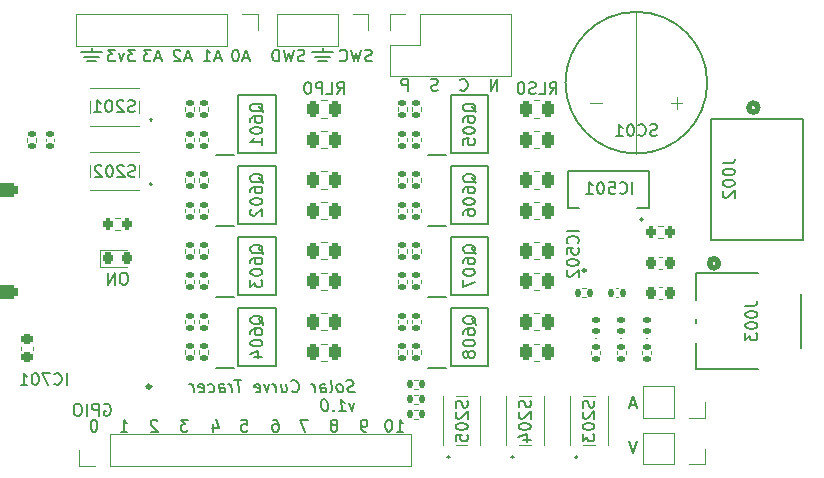
<source format=gbo>
%TF.GenerationSoftware,KiCad,Pcbnew,7.0.10*%
%TF.CreationDate,2024-04-09T11:26:51+02:00*%
%TF.ProjectId,SolarCurveTracer,536f6c61-7243-4757-9276-655472616365,v1.0*%
%TF.SameCoordinates,Original*%
%TF.FileFunction,Legend,Bot*%
%TF.FilePolarity,Positive*%
%FSLAX46Y46*%
G04 Gerber Fmt 4.6, Leading zero omitted, Abs format (unit mm)*
G04 Created by KiCad (PCBNEW 7.0.10) date 2024-04-09 11:26:51*
%MOMM*%
%LPD*%
G01*
G04 APERTURE LIST*
G04 Aperture macros list*
%AMRoundRect*
0 Rectangle with rounded corners*
0 $1 Rounding radius*
0 $2 $3 $4 $5 $6 $7 $8 $9 X,Y pos of 4 corners*
0 Add a 4 corners polygon primitive as box body*
4,1,4,$2,$3,$4,$5,$6,$7,$8,$9,$2,$3,0*
0 Add four circle primitives for the rounded corners*
1,1,$1+$1,$2,$3*
1,1,$1+$1,$4,$5*
1,1,$1+$1,$6,$7*
1,1,$1+$1,$8,$9*
0 Add four rect primitives between the rounded corners*
20,1,$1+$1,$2,$3,$4,$5,0*
20,1,$1+$1,$4,$5,$6,$7,0*
20,1,$1+$1,$6,$7,$8,$9,0*
20,1,$1+$1,$8,$9,$2,$3,0*%
G04 Aperture macros list end*
%ADD10C,0.150000*%
%ADD11C,0.120000*%
%ADD12C,0.100000*%
%ADD13C,0.152400*%
%ADD14C,0.508000*%
%ADD15C,0.200000*%
%ADD16C,0.325000*%
%ADD17C,0.250000*%
%ADD18C,0.650000*%
%ADD19O,2.304000X1.204000*%
%ADD20RoundRect,0.301000X-0.701000X0.301000X-0.701000X-0.301000X0.701000X-0.301000X0.701000X0.301000X0*%
%ADD21C,6.400000*%
%ADD22RoundRect,0.135000X-0.135000X-0.185000X0.135000X-0.185000X0.135000X0.185000X-0.135000X0.185000X0*%
%ADD23RoundRect,0.147500X0.172500X-0.147500X0.172500X0.147500X-0.172500X0.147500X-0.172500X-0.147500X0*%
%ADD24RoundRect,0.250000X-0.262500X-0.450000X0.262500X-0.450000X0.262500X0.450000X-0.262500X0.450000X0*%
%ADD25RoundRect,0.135000X-0.185000X0.135000X-0.185000X-0.135000X0.185000X-0.135000X0.185000X0.135000X0*%
%ADD26C,1.803400*%
%ADD27R,1.700000X1.700000*%
%ADD28O,1.700000X1.700000*%
%ADD29RoundRect,0.225000X0.250000X-0.225000X0.250000X0.225000X-0.250000X0.225000X-0.250000X-0.225000X0*%
%ADD30R,0.750000X1.000000*%
%ADD31RoundRect,0.250000X0.262500X0.450000X-0.262500X0.450000X-0.262500X-0.450000X0.262500X-0.450000X0*%
%ADD32RoundRect,0.225000X0.225000X0.250000X-0.225000X0.250000X-0.225000X-0.250000X0.225000X-0.250000X0*%
%ADD33R,1.525000X0.700000*%
%ADD34RoundRect,0.135000X0.185000X-0.135000X0.185000X0.135000X-0.185000X0.135000X-0.185000X-0.135000X0*%
%ADD35R,1.600000X1.600000*%
%ADD36C,1.600000*%
%ADD37R,0.350000X1.050000*%
%ADD38R,1.050000X0.350000*%
%ADD39R,4.200000X4.200000*%
%ADD40RoundRect,0.218750X-0.218750X-0.256250X0.218750X-0.256250X0.218750X0.256250X-0.218750X0.256250X0*%
%ADD41R,1.000000X0.750000*%
%ADD42R,0.700000X1.600000*%
%ADD43RoundRect,0.200000X0.200000X0.275000X-0.200000X0.275000X-0.200000X-0.275000X0.200000X-0.275000X0*%
%ADD44RoundRect,0.140000X-0.170000X0.140000X-0.170000X-0.140000X0.170000X-0.140000X0.170000X0.140000X0*%
%ADD45R,0.700000X0.300000*%
%ADD46R,1.000000X1.700000*%
%ADD47RoundRect,0.140000X-0.140000X-0.170000X0.140000X-0.170000X0.140000X0.170000X-0.140000X0.170000X0*%
%ADD48R,3.505200X0.990600*%
%ADD49R,3.403600X1.498600*%
G04 APERTURE END LIST*
D10*
X142240000Y-86588600D02*
X144018000Y-86588600D01*
X123952000Y-87350600D02*
X123190000Y-87350600D01*
X124206000Y-86969600D02*
X122936000Y-86969600D01*
X122682000Y-86588600D02*
X124460000Y-86588600D01*
X143764000Y-86969600D02*
X142494000Y-86969600D01*
X143129000Y-86588600D02*
X143129000Y-86207600D01*
X143510000Y-87350600D02*
X142748000Y-87350600D01*
X123571000Y-86588600D02*
X123571000Y-86207600D01*
X138934649Y-117691019D02*
X139125125Y-117691019D01*
X139125125Y-117691019D02*
X139220363Y-117738638D01*
X139220363Y-117738638D02*
X139267982Y-117786257D01*
X139267982Y-117786257D02*
X139363220Y-117929114D01*
X139363220Y-117929114D02*
X139410839Y-118119590D01*
X139410839Y-118119590D02*
X139410839Y-118500542D01*
X139410839Y-118500542D02*
X139363220Y-118595780D01*
X139363220Y-118595780D02*
X139315601Y-118643400D01*
X139315601Y-118643400D02*
X139220363Y-118691019D01*
X139220363Y-118691019D02*
X139029887Y-118691019D01*
X139029887Y-118691019D02*
X138934649Y-118643400D01*
X138934649Y-118643400D02*
X138887030Y-118595780D01*
X138887030Y-118595780D02*
X138839411Y-118500542D01*
X138839411Y-118500542D02*
X138839411Y-118262447D01*
X138839411Y-118262447D02*
X138887030Y-118167209D01*
X138887030Y-118167209D02*
X138934649Y-118119590D01*
X138934649Y-118119590D02*
X139029887Y-118071971D01*
X139029887Y-118071971D02*
X139220363Y-118071971D01*
X139220363Y-118071971D02*
X139315601Y-118119590D01*
X139315601Y-118119590D02*
X139363220Y-118167209D01*
X139363220Y-118167209D02*
X139410839Y-118262447D01*
X169732077Y-119519819D02*
X169398744Y-120519819D01*
X169398744Y-120519819D02*
X169065411Y-119519819D01*
X157905220Y-89836619D02*
X157905220Y-88836619D01*
X157905220Y-88836619D02*
X157333792Y-89836619D01*
X157333792Y-89836619D02*
X157333792Y-88836619D01*
X154762363Y-89741380D02*
X154809982Y-89789000D01*
X154809982Y-89789000D02*
X154952839Y-89836619D01*
X154952839Y-89836619D02*
X155048077Y-89836619D01*
X155048077Y-89836619D02*
X155190934Y-89789000D01*
X155190934Y-89789000D02*
X155286172Y-89693761D01*
X155286172Y-89693761D02*
X155333791Y-89598523D01*
X155333791Y-89598523D02*
X155381410Y-89408047D01*
X155381410Y-89408047D02*
X155381410Y-89265190D01*
X155381410Y-89265190D02*
X155333791Y-89074714D01*
X155333791Y-89074714D02*
X155286172Y-88979476D01*
X155286172Y-88979476D02*
X155190934Y-88884238D01*
X155190934Y-88884238D02*
X155048077Y-88836619D01*
X155048077Y-88836619D02*
X154952839Y-88836619D01*
X154952839Y-88836619D02*
X154809982Y-88884238D01*
X154809982Y-88884238D02*
X154762363Y-88931857D01*
X152857600Y-89789000D02*
X152714743Y-89836619D01*
X152714743Y-89836619D02*
X152476648Y-89836619D01*
X152476648Y-89836619D02*
X152381410Y-89789000D01*
X152381410Y-89789000D02*
X152333791Y-89741380D01*
X152333791Y-89741380D02*
X152286172Y-89646142D01*
X152286172Y-89646142D02*
X152286172Y-89550904D01*
X152286172Y-89550904D02*
X152333791Y-89455666D01*
X152333791Y-89455666D02*
X152381410Y-89408047D01*
X152381410Y-89408047D02*
X152476648Y-89360428D01*
X152476648Y-89360428D02*
X152667124Y-89312809D01*
X152667124Y-89312809D02*
X152762362Y-89265190D01*
X152762362Y-89265190D02*
X152809981Y-89217571D01*
X152809981Y-89217571D02*
X152857600Y-89122333D01*
X152857600Y-89122333D02*
X152857600Y-89027095D01*
X152857600Y-89027095D02*
X152809981Y-88931857D01*
X152809981Y-88931857D02*
X152762362Y-88884238D01*
X152762362Y-88884238D02*
X152667124Y-88836619D01*
X152667124Y-88836619D02*
X152429029Y-88836619D01*
X152429029Y-88836619D02*
X152286172Y-88884238D01*
X150333790Y-89836619D02*
X150333790Y-88836619D01*
X150333790Y-88836619D02*
X149952838Y-88836619D01*
X149952838Y-88836619D02*
X149857600Y-88884238D01*
X149857600Y-88884238D02*
X149809981Y-88931857D01*
X149809981Y-88931857D02*
X149762362Y-89027095D01*
X149762362Y-89027095D02*
X149762362Y-89169952D01*
X149762362Y-89169952D02*
X149809981Y-89265190D01*
X149809981Y-89265190D02*
X149857600Y-89312809D01*
X149857600Y-89312809D02*
X149952838Y-89360428D01*
X149952838Y-89360428D02*
X150333790Y-89360428D01*
X136220030Y-117691019D02*
X136696220Y-117691019D01*
X136696220Y-117691019D02*
X136743839Y-118167209D01*
X136743839Y-118167209D02*
X136696220Y-118119590D01*
X136696220Y-118119590D02*
X136600982Y-118071971D01*
X136600982Y-118071971D02*
X136362887Y-118071971D01*
X136362887Y-118071971D02*
X136267649Y-118119590D01*
X136267649Y-118119590D02*
X136220030Y-118167209D01*
X136220030Y-118167209D02*
X136172411Y-118262447D01*
X136172411Y-118262447D02*
X136172411Y-118500542D01*
X136172411Y-118500542D02*
X136220030Y-118595780D01*
X136220030Y-118595780D02*
X136267649Y-118643400D01*
X136267649Y-118643400D02*
X136362887Y-118691019D01*
X136362887Y-118691019D02*
X136600982Y-118691019D01*
X136600982Y-118691019D02*
X136696220Y-118643400D01*
X136696220Y-118643400D02*
X136743839Y-118595780D01*
X136870839Y-87061704D02*
X136394649Y-87061704D01*
X136966077Y-87347419D02*
X136632744Y-86347419D01*
X136632744Y-86347419D02*
X136299411Y-87347419D01*
X135775601Y-86347419D02*
X135680363Y-86347419D01*
X135680363Y-86347419D02*
X135585125Y-86395038D01*
X135585125Y-86395038D02*
X135537506Y-86442657D01*
X135537506Y-86442657D02*
X135489887Y-86537895D01*
X135489887Y-86537895D02*
X135442268Y-86728371D01*
X135442268Y-86728371D02*
X135442268Y-86966466D01*
X135442268Y-86966466D02*
X135489887Y-87156942D01*
X135489887Y-87156942D02*
X135537506Y-87252180D01*
X135537506Y-87252180D02*
X135585125Y-87299800D01*
X135585125Y-87299800D02*
X135680363Y-87347419D01*
X135680363Y-87347419D02*
X135775601Y-87347419D01*
X135775601Y-87347419D02*
X135870839Y-87299800D01*
X135870839Y-87299800D02*
X135918458Y-87252180D01*
X135918458Y-87252180D02*
X135966077Y-87156942D01*
X135966077Y-87156942D02*
X136013696Y-86966466D01*
X136013696Y-86966466D02*
X136013696Y-86728371D01*
X136013696Y-86728371D02*
X135966077Y-86537895D01*
X135966077Y-86537895D02*
X135918458Y-86442657D01*
X135918458Y-86442657D02*
X135870839Y-86395038D01*
X135870839Y-86395038D02*
X135775601Y-86347419D01*
X127266458Y-86347419D02*
X126647411Y-86347419D01*
X126647411Y-86347419D02*
X126980744Y-86728371D01*
X126980744Y-86728371D02*
X126837887Y-86728371D01*
X126837887Y-86728371D02*
X126742649Y-86775990D01*
X126742649Y-86775990D02*
X126695030Y-86823609D01*
X126695030Y-86823609D02*
X126647411Y-86918847D01*
X126647411Y-86918847D02*
X126647411Y-87156942D01*
X126647411Y-87156942D02*
X126695030Y-87252180D01*
X126695030Y-87252180D02*
X126742649Y-87299800D01*
X126742649Y-87299800D02*
X126837887Y-87347419D01*
X126837887Y-87347419D02*
X127123601Y-87347419D01*
X127123601Y-87347419D02*
X127218839Y-87299800D01*
X127218839Y-87299800D02*
X127266458Y-87252180D01*
X126314077Y-86680752D02*
X126075982Y-87347419D01*
X126075982Y-87347419D02*
X125837887Y-86680752D01*
X125552172Y-86347419D02*
X124933125Y-86347419D01*
X124933125Y-86347419D02*
X125266458Y-86728371D01*
X125266458Y-86728371D02*
X125123601Y-86728371D01*
X125123601Y-86728371D02*
X125028363Y-86775990D01*
X125028363Y-86775990D02*
X124980744Y-86823609D01*
X124980744Y-86823609D02*
X124933125Y-86918847D01*
X124933125Y-86918847D02*
X124933125Y-87156942D01*
X124933125Y-87156942D02*
X124980744Y-87252180D01*
X124980744Y-87252180D02*
X125028363Y-87299800D01*
X125028363Y-87299800D02*
X125123601Y-87347419D01*
X125123601Y-87347419D02*
X125409315Y-87347419D01*
X125409315Y-87347419D02*
X125504553Y-87299800D01*
X125504553Y-87299800D02*
X125552172Y-87252180D01*
X141569839Y-87299800D02*
X141426982Y-87347419D01*
X141426982Y-87347419D02*
X141188887Y-87347419D01*
X141188887Y-87347419D02*
X141093649Y-87299800D01*
X141093649Y-87299800D02*
X141046030Y-87252180D01*
X141046030Y-87252180D02*
X140998411Y-87156942D01*
X140998411Y-87156942D02*
X140998411Y-87061704D01*
X140998411Y-87061704D02*
X141046030Y-86966466D01*
X141046030Y-86966466D02*
X141093649Y-86918847D01*
X141093649Y-86918847D02*
X141188887Y-86871228D01*
X141188887Y-86871228D02*
X141379363Y-86823609D01*
X141379363Y-86823609D02*
X141474601Y-86775990D01*
X141474601Y-86775990D02*
X141522220Y-86728371D01*
X141522220Y-86728371D02*
X141569839Y-86633133D01*
X141569839Y-86633133D02*
X141569839Y-86537895D01*
X141569839Y-86537895D02*
X141522220Y-86442657D01*
X141522220Y-86442657D02*
X141474601Y-86395038D01*
X141474601Y-86395038D02*
X141379363Y-86347419D01*
X141379363Y-86347419D02*
X141141268Y-86347419D01*
X141141268Y-86347419D02*
X140998411Y-86395038D01*
X140665077Y-86347419D02*
X140426982Y-87347419D01*
X140426982Y-87347419D02*
X140236506Y-86633133D01*
X140236506Y-86633133D02*
X140046030Y-87347419D01*
X140046030Y-87347419D02*
X139807935Y-86347419D01*
X139426982Y-87347419D02*
X139426982Y-86347419D01*
X139426982Y-86347419D02*
X139188887Y-86347419D01*
X139188887Y-86347419D02*
X139046030Y-86395038D01*
X139046030Y-86395038D02*
X138950792Y-86490276D01*
X138950792Y-86490276D02*
X138903173Y-86585514D01*
X138903173Y-86585514D02*
X138855554Y-86775990D01*
X138855554Y-86775990D02*
X138855554Y-86918847D01*
X138855554Y-86918847D02*
X138903173Y-87109323D01*
X138903173Y-87109323D02*
X138950792Y-87204561D01*
X138950792Y-87204561D02*
X139046030Y-87299800D01*
X139046030Y-87299800D02*
X139188887Y-87347419D01*
X139188887Y-87347419D02*
X139426982Y-87347419D01*
X129377839Y-87061704D02*
X128901649Y-87061704D01*
X129473077Y-87347419D02*
X129139744Y-86347419D01*
X129139744Y-86347419D02*
X128806411Y-87347419D01*
X128568315Y-86347419D02*
X127949268Y-86347419D01*
X127949268Y-86347419D02*
X128282601Y-86728371D01*
X128282601Y-86728371D02*
X128139744Y-86728371D01*
X128139744Y-86728371D02*
X128044506Y-86775990D01*
X128044506Y-86775990D02*
X127996887Y-86823609D01*
X127996887Y-86823609D02*
X127949268Y-86918847D01*
X127949268Y-86918847D02*
X127949268Y-87156942D01*
X127949268Y-87156942D02*
X127996887Y-87252180D01*
X127996887Y-87252180D02*
X128044506Y-87299800D01*
X128044506Y-87299800D02*
X128139744Y-87347419D01*
X128139744Y-87347419D02*
X128425458Y-87347419D01*
X128425458Y-87347419D02*
X128520696Y-87299800D01*
X128520696Y-87299800D02*
X128568315Y-87252180D01*
X144173363Y-118119590D02*
X144268601Y-118071971D01*
X144268601Y-118071971D02*
X144316220Y-118024352D01*
X144316220Y-118024352D02*
X144363839Y-117929114D01*
X144363839Y-117929114D02*
X144363839Y-117881495D01*
X144363839Y-117881495D02*
X144316220Y-117786257D01*
X144316220Y-117786257D02*
X144268601Y-117738638D01*
X144268601Y-117738638D02*
X144173363Y-117691019D01*
X144173363Y-117691019D02*
X143982887Y-117691019D01*
X143982887Y-117691019D02*
X143887649Y-117738638D01*
X143887649Y-117738638D02*
X143840030Y-117786257D01*
X143840030Y-117786257D02*
X143792411Y-117881495D01*
X143792411Y-117881495D02*
X143792411Y-117929114D01*
X143792411Y-117929114D02*
X143840030Y-118024352D01*
X143840030Y-118024352D02*
X143887649Y-118071971D01*
X143887649Y-118071971D02*
X143982887Y-118119590D01*
X143982887Y-118119590D02*
X144173363Y-118119590D01*
X144173363Y-118119590D02*
X144268601Y-118167209D01*
X144268601Y-118167209D02*
X144316220Y-118214828D01*
X144316220Y-118214828D02*
X144363839Y-118310066D01*
X144363839Y-118310066D02*
X144363839Y-118500542D01*
X144363839Y-118500542D02*
X144316220Y-118595780D01*
X144316220Y-118595780D02*
X144268601Y-118643400D01*
X144268601Y-118643400D02*
X144173363Y-118691019D01*
X144173363Y-118691019D02*
X143982887Y-118691019D01*
X143982887Y-118691019D02*
X143887649Y-118643400D01*
X143887649Y-118643400D02*
X143840030Y-118595780D01*
X143840030Y-118595780D02*
X143792411Y-118500542D01*
X143792411Y-118500542D02*
X143792411Y-118310066D01*
X143792411Y-118310066D02*
X143840030Y-118214828D01*
X143840030Y-118214828D02*
X143887649Y-118167209D01*
X143887649Y-118167209D02*
X143982887Y-118119590D01*
X147284839Y-87299800D02*
X147141982Y-87347419D01*
X147141982Y-87347419D02*
X146903887Y-87347419D01*
X146903887Y-87347419D02*
X146808649Y-87299800D01*
X146808649Y-87299800D02*
X146761030Y-87252180D01*
X146761030Y-87252180D02*
X146713411Y-87156942D01*
X146713411Y-87156942D02*
X146713411Y-87061704D01*
X146713411Y-87061704D02*
X146761030Y-86966466D01*
X146761030Y-86966466D02*
X146808649Y-86918847D01*
X146808649Y-86918847D02*
X146903887Y-86871228D01*
X146903887Y-86871228D02*
X147094363Y-86823609D01*
X147094363Y-86823609D02*
X147189601Y-86775990D01*
X147189601Y-86775990D02*
X147237220Y-86728371D01*
X147237220Y-86728371D02*
X147284839Y-86633133D01*
X147284839Y-86633133D02*
X147284839Y-86537895D01*
X147284839Y-86537895D02*
X147237220Y-86442657D01*
X147237220Y-86442657D02*
X147189601Y-86395038D01*
X147189601Y-86395038D02*
X147094363Y-86347419D01*
X147094363Y-86347419D02*
X146856268Y-86347419D01*
X146856268Y-86347419D02*
X146713411Y-86395038D01*
X146380077Y-86347419D02*
X146141982Y-87347419D01*
X146141982Y-87347419D02*
X145951506Y-86633133D01*
X145951506Y-86633133D02*
X145761030Y-87347419D01*
X145761030Y-87347419D02*
X145522935Y-86347419D01*
X144570554Y-87252180D02*
X144618173Y-87299800D01*
X144618173Y-87299800D02*
X144761030Y-87347419D01*
X144761030Y-87347419D02*
X144856268Y-87347419D01*
X144856268Y-87347419D02*
X144999125Y-87299800D01*
X144999125Y-87299800D02*
X145094363Y-87204561D01*
X145094363Y-87204561D02*
X145141982Y-87109323D01*
X145141982Y-87109323D02*
X145189601Y-86918847D01*
X145189601Y-86918847D02*
X145189601Y-86775990D01*
X145189601Y-86775990D02*
X145141982Y-86585514D01*
X145141982Y-86585514D02*
X145094363Y-86490276D01*
X145094363Y-86490276D02*
X144999125Y-86395038D01*
X144999125Y-86395038D02*
X144856268Y-86347419D01*
X144856268Y-86347419D02*
X144761030Y-86347419D01*
X144761030Y-86347419D02*
X144618173Y-86395038D01*
X144618173Y-86395038D02*
X144570554Y-86442657D01*
X123805744Y-117691019D02*
X123710506Y-117691019D01*
X123710506Y-117691019D02*
X123615268Y-117738638D01*
X123615268Y-117738638D02*
X123567649Y-117786257D01*
X123567649Y-117786257D02*
X123520030Y-117881495D01*
X123520030Y-117881495D02*
X123472411Y-118071971D01*
X123472411Y-118071971D02*
X123472411Y-118310066D01*
X123472411Y-118310066D02*
X123520030Y-118500542D01*
X123520030Y-118500542D02*
X123567649Y-118595780D01*
X123567649Y-118595780D02*
X123615268Y-118643400D01*
X123615268Y-118643400D02*
X123710506Y-118691019D01*
X123710506Y-118691019D02*
X123805744Y-118691019D01*
X123805744Y-118691019D02*
X123900982Y-118643400D01*
X123900982Y-118643400D02*
X123948601Y-118595780D01*
X123948601Y-118595780D02*
X123996220Y-118500542D01*
X123996220Y-118500542D02*
X124043839Y-118310066D01*
X124043839Y-118310066D02*
X124043839Y-118071971D01*
X124043839Y-118071971D02*
X123996220Y-117881495D01*
X123996220Y-117881495D02*
X123948601Y-117786257D01*
X123948601Y-117786257D02*
X123900982Y-117738638D01*
X123900982Y-117738638D02*
X123805744Y-117691019D01*
X131711458Y-117691019D02*
X131092411Y-117691019D01*
X131092411Y-117691019D02*
X131425744Y-118071971D01*
X131425744Y-118071971D02*
X131282887Y-118071971D01*
X131282887Y-118071971D02*
X131187649Y-118119590D01*
X131187649Y-118119590D02*
X131140030Y-118167209D01*
X131140030Y-118167209D02*
X131092411Y-118262447D01*
X131092411Y-118262447D02*
X131092411Y-118500542D01*
X131092411Y-118500542D02*
X131140030Y-118595780D01*
X131140030Y-118595780D02*
X131187649Y-118643400D01*
X131187649Y-118643400D02*
X131282887Y-118691019D01*
X131282887Y-118691019D02*
X131568601Y-118691019D01*
X131568601Y-118691019D02*
X131663839Y-118643400D01*
X131663839Y-118643400D02*
X131711458Y-118595780D01*
X134457839Y-87061704D02*
X133981649Y-87061704D01*
X134553077Y-87347419D02*
X134219744Y-86347419D01*
X134219744Y-86347419D02*
X133886411Y-87347419D01*
X133029268Y-87347419D02*
X133600696Y-87347419D01*
X133314982Y-87347419D02*
X133314982Y-86347419D01*
X133314982Y-86347419D02*
X133410220Y-86490276D01*
X133410220Y-86490276D02*
X133505458Y-86585514D01*
X133505458Y-86585514D02*
X133600696Y-86633133D01*
X131917839Y-87061704D02*
X131441649Y-87061704D01*
X132013077Y-87347419D02*
X131679744Y-86347419D01*
X131679744Y-86347419D02*
X131346411Y-87347419D01*
X131060696Y-86442657D02*
X131013077Y-86395038D01*
X131013077Y-86395038D02*
X130917839Y-86347419D01*
X130917839Y-86347419D02*
X130679744Y-86347419D01*
X130679744Y-86347419D02*
X130584506Y-86395038D01*
X130584506Y-86395038D02*
X130536887Y-86442657D01*
X130536887Y-86442657D02*
X130489268Y-86537895D01*
X130489268Y-86537895D02*
X130489268Y-86633133D01*
X130489268Y-86633133D02*
X130536887Y-86775990D01*
X130536887Y-86775990D02*
X131108315Y-87347419D01*
X131108315Y-87347419D02*
X130489268Y-87347419D01*
X149380411Y-118691019D02*
X149951839Y-118691019D01*
X149666125Y-118691019D02*
X149666125Y-117691019D01*
X149666125Y-117691019D02*
X149761363Y-117833876D01*
X149761363Y-117833876D02*
X149856601Y-117929114D01*
X149856601Y-117929114D02*
X149951839Y-117976733D01*
X148761363Y-117691019D02*
X148666125Y-117691019D01*
X148666125Y-117691019D02*
X148570887Y-117738638D01*
X148570887Y-117738638D02*
X148523268Y-117786257D01*
X148523268Y-117786257D02*
X148475649Y-117881495D01*
X148475649Y-117881495D02*
X148428030Y-118071971D01*
X148428030Y-118071971D02*
X148428030Y-118310066D01*
X148428030Y-118310066D02*
X148475649Y-118500542D01*
X148475649Y-118500542D02*
X148523268Y-118595780D01*
X148523268Y-118595780D02*
X148570887Y-118643400D01*
X148570887Y-118643400D02*
X148666125Y-118691019D01*
X148666125Y-118691019D02*
X148761363Y-118691019D01*
X148761363Y-118691019D02*
X148856601Y-118643400D01*
X148856601Y-118643400D02*
X148904220Y-118595780D01*
X148904220Y-118595780D02*
X148951839Y-118500542D01*
X148951839Y-118500542D02*
X148999458Y-118310066D01*
X148999458Y-118310066D02*
X148999458Y-118071971D01*
X148999458Y-118071971D02*
X148951839Y-117881495D01*
X148951839Y-117881495D02*
X148904220Y-117786257D01*
X148904220Y-117786257D02*
X148856601Y-117738638D01*
X148856601Y-117738638D02*
X148761363Y-117691019D01*
X126012411Y-118691019D02*
X126583839Y-118691019D01*
X126298125Y-118691019D02*
X126298125Y-117691019D01*
X126298125Y-117691019D02*
X126393363Y-117833876D01*
X126393363Y-117833876D02*
X126488601Y-117929114D01*
X126488601Y-117929114D02*
X126583839Y-117976733D01*
X126371144Y-105245019D02*
X126180668Y-105245019D01*
X126180668Y-105245019D02*
X126085430Y-105292638D01*
X126085430Y-105292638D02*
X125990192Y-105387876D01*
X125990192Y-105387876D02*
X125942573Y-105578352D01*
X125942573Y-105578352D02*
X125942573Y-105911685D01*
X125942573Y-105911685D02*
X125990192Y-106102161D01*
X125990192Y-106102161D02*
X126085430Y-106197400D01*
X126085430Y-106197400D02*
X126180668Y-106245019D01*
X126180668Y-106245019D02*
X126371144Y-106245019D01*
X126371144Y-106245019D02*
X126466382Y-106197400D01*
X126466382Y-106197400D02*
X126561620Y-106102161D01*
X126561620Y-106102161D02*
X126609239Y-105911685D01*
X126609239Y-105911685D02*
X126609239Y-105578352D01*
X126609239Y-105578352D02*
X126561620Y-105387876D01*
X126561620Y-105387876D02*
X126466382Y-105292638D01*
X126466382Y-105292638D02*
X126371144Y-105245019D01*
X125514001Y-106245019D02*
X125514001Y-105245019D01*
X125514001Y-105245019D02*
X124942573Y-106245019D01*
X124942573Y-106245019D02*
X124942573Y-105245019D01*
X169636839Y-116424104D02*
X169160649Y-116424104D01*
X169732077Y-116709819D02*
X169398744Y-115709819D01*
X169398744Y-115709819D02*
X169065411Y-116709819D01*
X133854649Y-118024352D02*
X133854649Y-118691019D01*
X134092744Y-117643400D02*
X134330839Y-118357685D01*
X134330839Y-118357685D02*
X133711792Y-118357685D01*
X129123839Y-117786257D02*
X129076220Y-117738638D01*
X129076220Y-117738638D02*
X128980982Y-117691019D01*
X128980982Y-117691019D02*
X128742887Y-117691019D01*
X128742887Y-117691019D02*
X128647649Y-117738638D01*
X128647649Y-117738638D02*
X128600030Y-117786257D01*
X128600030Y-117786257D02*
X128552411Y-117881495D01*
X128552411Y-117881495D02*
X128552411Y-117976733D01*
X128552411Y-117976733D02*
X128600030Y-118119590D01*
X128600030Y-118119590D02*
X129171458Y-118691019D01*
X129171458Y-118691019D02*
X128552411Y-118691019D01*
X141871458Y-117691019D02*
X141204792Y-117691019D01*
X141204792Y-117691019D02*
X141633363Y-118691019D01*
X124615411Y-116392438D02*
X124710649Y-116344819D01*
X124710649Y-116344819D02*
X124853506Y-116344819D01*
X124853506Y-116344819D02*
X124996363Y-116392438D01*
X124996363Y-116392438D02*
X125091601Y-116487676D01*
X125091601Y-116487676D02*
X125139220Y-116582914D01*
X125139220Y-116582914D02*
X125186839Y-116773390D01*
X125186839Y-116773390D02*
X125186839Y-116916247D01*
X125186839Y-116916247D02*
X125139220Y-117106723D01*
X125139220Y-117106723D02*
X125091601Y-117201961D01*
X125091601Y-117201961D02*
X124996363Y-117297200D01*
X124996363Y-117297200D02*
X124853506Y-117344819D01*
X124853506Y-117344819D02*
X124758268Y-117344819D01*
X124758268Y-117344819D02*
X124615411Y-117297200D01*
X124615411Y-117297200D02*
X124567792Y-117249580D01*
X124567792Y-117249580D02*
X124567792Y-116916247D01*
X124567792Y-116916247D02*
X124758268Y-116916247D01*
X124139220Y-117344819D02*
X124139220Y-116344819D01*
X124139220Y-116344819D02*
X123758268Y-116344819D01*
X123758268Y-116344819D02*
X123663030Y-116392438D01*
X123663030Y-116392438D02*
X123615411Y-116440057D01*
X123615411Y-116440057D02*
X123567792Y-116535295D01*
X123567792Y-116535295D02*
X123567792Y-116678152D01*
X123567792Y-116678152D02*
X123615411Y-116773390D01*
X123615411Y-116773390D02*
X123663030Y-116821009D01*
X123663030Y-116821009D02*
X123758268Y-116868628D01*
X123758268Y-116868628D02*
X124139220Y-116868628D01*
X123139220Y-117344819D02*
X123139220Y-116344819D01*
X122472554Y-116344819D02*
X122282078Y-116344819D01*
X122282078Y-116344819D02*
X122186840Y-116392438D01*
X122186840Y-116392438D02*
X122091602Y-116487676D01*
X122091602Y-116487676D02*
X122043983Y-116678152D01*
X122043983Y-116678152D02*
X122043983Y-117011485D01*
X122043983Y-117011485D02*
X122091602Y-117201961D01*
X122091602Y-117201961D02*
X122186840Y-117297200D01*
X122186840Y-117297200D02*
X122282078Y-117344819D01*
X122282078Y-117344819D02*
X122472554Y-117344819D01*
X122472554Y-117344819D02*
X122567792Y-117297200D01*
X122567792Y-117297200D02*
X122663030Y-117201961D01*
X122663030Y-117201961D02*
X122710649Y-117011485D01*
X122710649Y-117011485D02*
X122710649Y-116678152D01*
X122710649Y-116678152D02*
X122663030Y-116487676D01*
X122663030Y-116487676D02*
X122567792Y-116392438D01*
X122567792Y-116392438D02*
X122472554Y-116344819D01*
X146808601Y-118691019D02*
X146618125Y-118691019D01*
X146618125Y-118691019D02*
X146522887Y-118643400D01*
X146522887Y-118643400D02*
X146475268Y-118595780D01*
X146475268Y-118595780D02*
X146380030Y-118452923D01*
X146380030Y-118452923D02*
X146332411Y-118262447D01*
X146332411Y-118262447D02*
X146332411Y-117881495D01*
X146332411Y-117881495D02*
X146380030Y-117786257D01*
X146380030Y-117786257D02*
X146427649Y-117738638D01*
X146427649Y-117738638D02*
X146522887Y-117691019D01*
X146522887Y-117691019D02*
X146713363Y-117691019D01*
X146713363Y-117691019D02*
X146808601Y-117738638D01*
X146808601Y-117738638D02*
X146856220Y-117786257D01*
X146856220Y-117786257D02*
X146903839Y-117881495D01*
X146903839Y-117881495D02*
X146903839Y-118119590D01*
X146903839Y-118119590D02*
X146856220Y-118214828D01*
X146856220Y-118214828D02*
X146808601Y-118262447D01*
X146808601Y-118262447D02*
X146713363Y-118310066D01*
X146713363Y-118310066D02*
X146522887Y-118310066D01*
X146522887Y-118310066D02*
X146427649Y-118262447D01*
X146427649Y-118262447D02*
X146380030Y-118214828D01*
X146380030Y-118214828D02*
X146332411Y-118119590D01*
X145811639Y-115306200D02*
X145674735Y-115353819D01*
X145674735Y-115353819D02*
X145436639Y-115353819D01*
X145436639Y-115353819D02*
X145335449Y-115306200D01*
X145335449Y-115306200D02*
X145281877Y-115258580D01*
X145281877Y-115258580D02*
X145222354Y-115163342D01*
X145222354Y-115163342D02*
X145210449Y-115068104D01*
X145210449Y-115068104D02*
X145246163Y-114972866D01*
X145246163Y-114972866D02*
X145287830Y-114925247D01*
X145287830Y-114925247D02*
X145377116Y-114877628D01*
X145377116Y-114877628D02*
X145561639Y-114830009D01*
X145561639Y-114830009D02*
X145650925Y-114782390D01*
X145650925Y-114782390D02*
X145692592Y-114734771D01*
X145692592Y-114734771D02*
X145728306Y-114639533D01*
X145728306Y-114639533D02*
X145716401Y-114544295D01*
X145716401Y-114544295D02*
X145656877Y-114449057D01*
X145656877Y-114449057D02*
X145603306Y-114401438D01*
X145603306Y-114401438D02*
X145502116Y-114353819D01*
X145502116Y-114353819D02*
X145264020Y-114353819D01*
X145264020Y-114353819D02*
X145127116Y-114401438D01*
X144674735Y-115353819D02*
X144764020Y-115306200D01*
X144764020Y-115306200D02*
X144805687Y-115258580D01*
X144805687Y-115258580D02*
X144841401Y-115163342D01*
X144841401Y-115163342D02*
X144805687Y-114877628D01*
X144805687Y-114877628D02*
X144746163Y-114782390D01*
X144746163Y-114782390D02*
X144692592Y-114734771D01*
X144692592Y-114734771D02*
X144591401Y-114687152D01*
X144591401Y-114687152D02*
X144448544Y-114687152D01*
X144448544Y-114687152D02*
X144359258Y-114734771D01*
X144359258Y-114734771D02*
X144317592Y-114782390D01*
X144317592Y-114782390D02*
X144281877Y-114877628D01*
X144281877Y-114877628D02*
X144317592Y-115163342D01*
X144317592Y-115163342D02*
X144377115Y-115258580D01*
X144377115Y-115258580D02*
X144430687Y-115306200D01*
X144430687Y-115306200D02*
X144531877Y-115353819D01*
X144531877Y-115353819D02*
X144674735Y-115353819D01*
X143769973Y-115353819D02*
X143859258Y-115306200D01*
X143859258Y-115306200D02*
X143894973Y-115210961D01*
X143894973Y-115210961D02*
X143787830Y-114353819D01*
X142960448Y-115353819D02*
X142894972Y-114830009D01*
X142894972Y-114830009D02*
X142930686Y-114734771D01*
X142930686Y-114734771D02*
X143019972Y-114687152D01*
X143019972Y-114687152D02*
X143210448Y-114687152D01*
X143210448Y-114687152D02*
X143311639Y-114734771D01*
X142954496Y-115306200D02*
X143055686Y-115353819D01*
X143055686Y-115353819D02*
X143293782Y-115353819D01*
X143293782Y-115353819D02*
X143383067Y-115306200D01*
X143383067Y-115306200D02*
X143418782Y-115210961D01*
X143418782Y-115210961D02*
X143406877Y-115115723D01*
X143406877Y-115115723D02*
X143347353Y-115020485D01*
X143347353Y-115020485D02*
X143246163Y-114972866D01*
X143246163Y-114972866D02*
X143008067Y-114972866D01*
X143008067Y-114972866D02*
X142906877Y-114925247D01*
X142484258Y-115353819D02*
X142400924Y-114687152D01*
X142424734Y-114877628D02*
X142365210Y-114782390D01*
X142365210Y-114782390D02*
X142311639Y-114734771D01*
X142311639Y-114734771D02*
X142210448Y-114687152D01*
X142210448Y-114687152D02*
X142115210Y-114687152D01*
X140519971Y-115258580D02*
X140573543Y-115306200D01*
X140573543Y-115306200D02*
X140722352Y-115353819D01*
X140722352Y-115353819D02*
X140817590Y-115353819D01*
X140817590Y-115353819D02*
X140954495Y-115306200D01*
X140954495Y-115306200D02*
X141037828Y-115210961D01*
X141037828Y-115210961D02*
X141073543Y-115115723D01*
X141073543Y-115115723D02*
X141097352Y-114925247D01*
X141097352Y-114925247D02*
X141079495Y-114782390D01*
X141079495Y-114782390D02*
X141008067Y-114591914D01*
X141008067Y-114591914D02*
X140948543Y-114496676D01*
X140948543Y-114496676D02*
X140841400Y-114401438D01*
X140841400Y-114401438D02*
X140692590Y-114353819D01*
X140692590Y-114353819D02*
X140597352Y-114353819D01*
X140597352Y-114353819D02*
X140460448Y-114401438D01*
X140460448Y-114401438D02*
X140418781Y-114449057D01*
X139591400Y-114687152D02*
X139674733Y-115353819D01*
X140019971Y-114687152D02*
X140085448Y-115210961D01*
X140085448Y-115210961D02*
X140049733Y-115306200D01*
X140049733Y-115306200D02*
X139960448Y-115353819D01*
X139960448Y-115353819D02*
X139817590Y-115353819D01*
X139817590Y-115353819D02*
X139716400Y-115306200D01*
X139716400Y-115306200D02*
X139662828Y-115258580D01*
X139198543Y-115353819D02*
X139115209Y-114687152D01*
X139139019Y-114877628D02*
X139079495Y-114782390D01*
X139079495Y-114782390D02*
X139025924Y-114734771D01*
X139025924Y-114734771D02*
X138924733Y-114687152D01*
X138924733Y-114687152D02*
X138829495Y-114687152D01*
X138591399Y-114687152D02*
X138436638Y-115353819D01*
X138436638Y-115353819D02*
X138115209Y-114687152D01*
X137430685Y-115306200D02*
X137531875Y-115353819D01*
X137531875Y-115353819D02*
X137722352Y-115353819D01*
X137722352Y-115353819D02*
X137811637Y-115306200D01*
X137811637Y-115306200D02*
X137847352Y-115210961D01*
X137847352Y-115210961D02*
X137799733Y-114830009D01*
X137799733Y-114830009D02*
X137740209Y-114734771D01*
X137740209Y-114734771D02*
X137639018Y-114687152D01*
X137639018Y-114687152D02*
X137448542Y-114687152D01*
X137448542Y-114687152D02*
X137359256Y-114734771D01*
X137359256Y-114734771D02*
X137323542Y-114830009D01*
X137323542Y-114830009D02*
X137335447Y-114925247D01*
X137335447Y-114925247D02*
X137823542Y-115020485D01*
X136216399Y-114353819D02*
X135644970Y-114353819D01*
X136055685Y-115353819D02*
X135930685Y-114353819D01*
X135436637Y-115353819D02*
X135353303Y-114687152D01*
X135377113Y-114877628D02*
X135317589Y-114782390D01*
X135317589Y-114782390D02*
X135264018Y-114734771D01*
X135264018Y-114734771D02*
X135162827Y-114687152D01*
X135162827Y-114687152D02*
X135067589Y-114687152D01*
X134389017Y-115353819D02*
X134323541Y-114830009D01*
X134323541Y-114830009D02*
X134359255Y-114734771D01*
X134359255Y-114734771D02*
X134448541Y-114687152D01*
X134448541Y-114687152D02*
X134639017Y-114687152D01*
X134639017Y-114687152D02*
X134740208Y-114734771D01*
X134383065Y-115306200D02*
X134484255Y-115353819D01*
X134484255Y-115353819D02*
X134722351Y-115353819D01*
X134722351Y-115353819D02*
X134811636Y-115306200D01*
X134811636Y-115306200D02*
X134847351Y-115210961D01*
X134847351Y-115210961D02*
X134835446Y-115115723D01*
X134835446Y-115115723D02*
X134775922Y-115020485D01*
X134775922Y-115020485D02*
X134674732Y-114972866D01*
X134674732Y-114972866D02*
X134436636Y-114972866D01*
X134436636Y-114972866D02*
X134335446Y-114925247D01*
X133478303Y-115306200D02*
X133579493Y-115353819D01*
X133579493Y-115353819D02*
X133769970Y-115353819D01*
X133769970Y-115353819D02*
X133859255Y-115306200D01*
X133859255Y-115306200D02*
X133900922Y-115258580D01*
X133900922Y-115258580D02*
X133936636Y-115163342D01*
X133936636Y-115163342D02*
X133900922Y-114877628D01*
X133900922Y-114877628D02*
X133841398Y-114782390D01*
X133841398Y-114782390D02*
X133787827Y-114734771D01*
X133787827Y-114734771D02*
X133686636Y-114687152D01*
X133686636Y-114687152D02*
X133496160Y-114687152D01*
X133496160Y-114687152D02*
X133406874Y-114734771D01*
X132668779Y-115306200D02*
X132769969Y-115353819D01*
X132769969Y-115353819D02*
X132960446Y-115353819D01*
X132960446Y-115353819D02*
X133049731Y-115306200D01*
X133049731Y-115306200D02*
X133085446Y-115210961D01*
X133085446Y-115210961D02*
X133037827Y-114830009D01*
X133037827Y-114830009D02*
X132978303Y-114734771D01*
X132978303Y-114734771D02*
X132877112Y-114687152D01*
X132877112Y-114687152D02*
X132686636Y-114687152D01*
X132686636Y-114687152D02*
X132597350Y-114734771D01*
X132597350Y-114734771D02*
X132561636Y-114830009D01*
X132561636Y-114830009D02*
X132573541Y-114925247D01*
X132573541Y-114925247D02*
X133061636Y-115020485D01*
X132198541Y-115353819D02*
X132115207Y-114687152D01*
X132139017Y-114877628D02*
X132079493Y-114782390D01*
X132079493Y-114782390D02*
X132025922Y-114734771D01*
X132025922Y-114734771D02*
X131924731Y-114687152D01*
X131924731Y-114687152D02*
X131829493Y-114687152D01*
X145781877Y-116297152D02*
X145627116Y-116963819D01*
X145627116Y-116963819D02*
X145305687Y-116297152D01*
X144484258Y-116963819D02*
X145055687Y-116963819D01*
X144769972Y-116963819D02*
X144644972Y-115963819D01*
X144644972Y-115963819D02*
X144758068Y-116106676D01*
X144758068Y-116106676D02*
X144865211Y-116201914D01*
X144865211Y-116201914D02*
X144966401Y-116249533D01*
X144043782Y-116868580D02*
X144002115Y-116916200D01*
X144002115Y-116916200D02*
X144055687Y-116963819D01*
X144055687Y-116963819D02*
X144097353Y-116916200D01*
X144097353Y-116916200D02*
X144043782Y-116868580D01*
X144043782Y-116868580D02*
X144055687Y-116963819D01*
X143264020Y-115963819D02*
X143168782Y-115963819D01*
X143168782Y-115963819D02*
X143079497Y-116011438D01*
X143079497Y-116011438D02*
X143037830Y-116059057D01*
X143037830Y-116059057D02*
X143002116Y-116154295D01*
X143002116Y-116154295D02*
X142978306Y-116344771D01*
X142978306Y-116344771D02*
X143008068Y-116582866D01*
X143008068Y-116582866D02*
X143079497Y-116773342D01*
X143079497Y-116773342D02*
X143139020Y-116868580D01*
X143139020Y-116868580D02*
X143192592Y-116916200D01*
X143192592Y-116916200D02*
X143293782Y-116963819D01*
X143293782Y-116963819D02*
X143389020Y-116963819D01*
X143389020Y-116963819D02*
X143478306Y-116916200D01*
X143478306Y-116916200D02*
X143519973Y-116868580D01*
X143519973Y-116868580D02*
X143555687Y-116773342D01*
X143555687Y-116773342D02*
X143579497Y-116582866D01*
X143579497Y-116582866D02*
X143549735Y-116344771D01*
X143549735Y-116344771D02*
X143478306Y-116154295D01*
X143478306Y-116154295D02*
X143418782Y-116059057D01*
X143418782Y-116059057D02*
X143365211Y-116011438D01*
X143365211Y-116011438D02*
X143264020Y-115963819D01*
X177000819Y-95996285D02*
X177715104Y-95996285D01*
X177715104Y-95996285D02*
X177857961Y-95948666D01*
X177857961Y-95948666D02*
X177953200Y-95853428D01*
X177953200Y-95853428D02*
X178000819Y-95710571D01*
X178000819Y-95710571D02*
X178000819Y-95615333D01*
X177000819Y-96662952D02*
X177000819Y-96758190D01*
X177000819Y-96758190D02*
X177048438Y-96853428D01*
X177048438Y-96853428D02*
X177096057Y-96901047D01*
X177096057Y-96901047D02*
X177191295Y-96948666D01*
X177191295Y-96948666D02*
X177381771Y-96996285D01*
X177381771Y-96996285D02*
X177619866Y-96996285D01*
X177619866Y-96996285D02*
X177810342Y-96948666D01*
X177810342Y-96948666D02*
X177905580Y-96901047D01*
X177905580Y-96901047D02*
X177953200Y-96853428D01*
X177953200Y-96853428D02*
X178000819Y-96758190D01*
X178000819Y-96758190D02*
X178000819Y-96662952D01*
X178000819Y-96662952D02*
X177953200Y-96567714D01*
X177953200Y-96567714D02*
X177905580Y-96520095D01*
X177905580Y-96520095D02*
X177810342Y-96472476D01*
X177810342Y-96472476D02*
X177619866Y-96424857D01*
X177619866Y-96424857D02*
X177381771Y-96424857D01*
X177381771Y-96424857D02*
X177191295Y-96472476D01*
X177191295Y-96472476D02*
X177096057Y-96520095D01*
X177096057Y-96520095D02*
X177048438Y-96567714D01*
X177048438Y-96567714D02*
X177000819Y-96662952D01*
X177000819Y-97615333D02*
X177000819Y-97710571D01*
X177000819Y-97710571D02*
X177048438Y-97805809D01*
X177048438Y-97805809D02*
X177096057Y-97853428D01*
X177096057Y-97853428D02*
X177191295Y-97901047D01*
X177191295Y-97901047D02*
X177381771Y-97948666D01*
X177381771Y-97948666D02*
X177619866Y-97948666D01*
X177619866Y-97948666D02*
X177810342Y-97901047D01*
X177810342Y-97901047D02*
X177905580Y-97853428D01*
X177905580Y-97853428D02*
X177953200Y-97805809D01*
X177953200Y-97805809D02*
X178000819Y-97710571D01*
X178000819Y-97710571D02*
X178000819Y-97615333D01*
X178000819Y-97615333D02*
X177953200Y-97520095D01*
X177953200Y-97520095D02*
X177905580Y-97472476D01*
X177905580Y-97472476D02*
X177810342Y-97424857D01*
X177810342Y-97424857D02*
X177619866Y-97377238D01*
X177619866Y-97377238D02*
X177381771Y-97377238D01*
X177381771Y-97377238D02*
X177191295Y-97424857D01*
X177191295Y-97424857D02*
X177096057Y-97472476D01*
X177096057Y-97472476D02*
X177048438Y-97520095D01*
X177048438Y-97520095D02*
X177000819Y-97615333D01*
X177096057Y-98329619D02*
X177048438Y-98377238D01*
X177048438Y-98377238D02*
X177000819Y-98472476D01*
X177000819Y-98472476D02*
X177000819Y-98710571D01*
X177000819Y-98710571D02*
X177048438Y-98805809D01*
X177048438Y-98805809D02*
X177096057Y-98853428D01*
X177096057Y-98853428D02*
X177191295Y-98901047D01*
X177191295Y-98901047D02*
X177286533Y-98901047D01*
X177286533Y-98901047D02*
X177429390Y-98853428D01*
X177429390Y-98853428D02*
X178000819Y-98282000D01*
X178000819Y-98282000D02*
X178000819Y-98901047D01*
X166074200Y-116086714D02*
X166121819Y-116229571D01*
X166121819Y-116229571D02*
X166121819Y-116467666D01*
X166121819Y-116467666D02*
X166074200Y-116562904D01*
X166074200Y-116562904D02*
X166026580Y-116610523D01*
X166026580Y-116610523D02*
X165931342Y-116658142D01*
X165931342Y-116658142D02*
X165836104Y-116658142D01*
X165836104Y-116658142D02*
X165740866Y-116610523D01*
X165740866Y-116610523D02*
X165693247Y-116562904D01*
X165693247Y-116562904D02*
X165645628Y-116467666D01*
X165645628Y-116467666D02*
X165598009Y-116277190D01*
X165598009Y-116277190D02*
X165550390Y-116181952D01*
X165550390Y-116181952D02*
X165502771Y-116134333D01*
X165502771Y-116134333D02*
X165407533Y-116086714D01*
X165407533Y-116086714D02*
X165312295Y-116086714D01*
X165312295Y-116086714D02*
X165217057Y-116134333D01*
X165217057Y-116134333D02*
X165169438Y-116181952D01*
X165169438Y-116181952D02*
X165121819Y-116277190D01*
X165121819Y-116277190D02*
X165121819Y-116515285D01*
X165121819Y-116515285D02*
X165169438Y-116658142D01*
X165217057Y-117039095D02*
X165169438Y-117086714D01*
X165169438Y-117086714D02*
X165121819Y-117181952D01*
X165121819Y-117181952D02*
X165121819Y-117420047D01*
X165121819Y-117420047D02*
X165169438Y-117515285D01*
X165169438Y-117515285D02*
X165217057Y-117562904D01*
X165217057Y-117562904D02*
X165312295Y-117610523D01*
X165312295Y-117610523D02*
X165407533Y-117610523D01*
X165407533Y-117610523D02*
X165550390Y-117562904D01*
X165550390Y-117562904D02*
X166121819Y-116991476D01*
X166121819Y-116991476D02*
X166121819Y-117610523D01*
X165121819Y-118229571D02*
X165121819Y-118324809D01*
X165121819Y-118324809D02*
X165169438Y-118420047D01*
X165169438Y-118420047D02*
X165217057Y-118467666D01*
X165217057Y-118467666D02*
X165312295Y-118515285D01*
X165312295Y-118515285D02*
X165502771Y-118562904D01*
X165502771Y-118562904D02*
X165740866Y-118562904D01*
X165740866Y-118562904D02*
X165931342Y-118515285D01*
X165931342Y-118515285D02*
X166026580Y-118467666D01*
X166026580Y-118467666D02*
X166074200Y-118420047D01*
X166074200Y-118420047D02*
X166121819Y-118324809D01*
X166121819Y-118324809D02*
X166121819Y-118229571D01*
X166121819Y-118229571D02*
X166074200Y-118134333D01*
X166074200Y-118134333D02*
X166026580Y-118086714D01*
X166026580Y-118086714D02*
X165931342Y-118039095D01*
X165931342Y-118039095D02*
X165740866Y-117991476D01*
X165740866Y-117991476D02*
X165502771Y-117991476D01*
X165502771Y-117991476D02*
X165312295Y-118039095D01*
X165312295Y-118039095D02*
X165217057Y-118086714D01*
X165217057Y-118086714D02*
X165169438Y-118134333D01*
X165169438Y-118134333D02*
X165121819Y-118229571D01*
X165121819Y-118896238D02*
X165121819Y-119515285D01*
X165121819Y-119515285D02*
X165502771Y-119181952D01*
X165502771Y-119181952D02*
X165502771Y-119324809D01*
X165502771Y-119324809D02*
X165550390Y-119420047D01*
X165550390Y-119420047D02*
X165598009Y-119467666D01*
X165598009Y-119467666D02*
X165693247Y-119515285D01*
X165693247Y-119515285D02*
X165931342Y-119515285D01*
X165931342Y-119515285D02*
X166026580Y-119467666D01*
X166026580Y-119467666D02*
X166074200Y-119420047D01*
X166074200Y-119420047D02*
X166121819Y-119324809D01*
X166121819Y-119324809D02*
X166121819Y-119039095D01*
X166121819Y-119039095D02*
X166074200Y-118943857D01*
X166074200Y-118943857D02*
X166026580Y-118896238D01*
X156091057Y-109631380D02*
X156043438Y-109536142D01*
X156043438Y-109536142D02*
X155948200Y-109440904D01*
X155948200Y-109440904D02*
X155805342Y-109298047D01*
X155805342Y-109298047D02*
X155757723Y-109202809D01*
X155757723Y-109202809D02*
X155757723Y-109107571D01*
X155995819Y-109155190D02*
X155948200Y-109059952D01*
X155948200Y-109059952D02*
X155852961Y-108964714D01*
X155852961Y-108964714D02*
X155662485Y-108917095D01*
X155662485Y-108917095D02*
X155329152Y-108917095D01*
X155329152Y-108917095D02*
X155138676Y-108964714D01*
X155138676Y-108964714D02*
X155043438Y-109059952D01*
X155043438Y-109059952D02*
X154995819Y-109155190D01*
X154995819Y-109155190D02*
X154995819Y-109345666D01*
X154995819Y-109345666D02*
X155043438Y-109440904D01*
X155043438Y-109440904D02*
X155138676Y-109536142D01*
X155138676Y-109536142D02*
X155329152Y-109583761D01*
X155329152Y-109583761D02*
X155662485Y-109583761D01*
X155662485Y-109583761D02*
X155852961Y-109536142D01*
X155852961Y-109536142D02*
X155948200Y-109440904D01*
X155948200Y-109440904D02*
X155995819Y-109345666D01*
X155995819Y-109345666D02*
X155995819Y-109155190D01*
X154995819Y-110440904D02*
X154995819Y-110250428D01*
X154995819Y-110250428D02*
X155043438Y-110155190D01*
X155043438Y-110155190D02*
X155091057Y-110107571D01*
X155091057Y-110107571D02*
X155233914Y-110012333D01*
X155233914Y-110012333D02*
X155424390Y-109964714D01*
X155424390Y-109964714D02*
X155805342Y-109964714D01*
X155805342Y-109964714D02*
X155900580Y-110012333D01*
X155900580Y-110012333D02*
X155948200Y-110059952D01*
X155948200Y-110059952D02*
X155995819Y-110155190D01*
X155995819Y-110155190D02*
X155995819Y-110345666D01*
X155995819Y-110345666D02*
X155948200Y-110440904D01*
X155948200Y-110440904D02*
X155900580Y-110488523D01*
X155900580Y-110488523D02*
X155805342Y-110536142D01*
X155805342Y-110536142D02*
X155567247Y-110536142D01*
X155567247Y-110536142D02*
X155472009Y-110488523D01*
X155472009Y-110488523D02*
X155424390Y-110440904D01*
X155424390Y-110440904D02*
X155376771Y-110345666D01*
X155376771Y-110345666D02*
X155376771Y-110155190D01*
X155376771Y-110155190D02*
X155424390Y-110059952D01*
X155424390Y-110059952D02*
X155472009Y-110012333D01*
X155472009Y-110012333D02*
X155567247Y-109964714D01*
X154995819Y-111155190D02*
X154995819Y-111250428D01*
X154995819Y-111250428D02*
X155043438Y-111345666D01*
X155043438Y-111345666D02*
X155091057Y-111393285D01*
X155091057Y-111393285D02*
X155186295Y-111440904D01*
X155186295Y-111440904D02*
X155376771Y-111488523D01*
X155376771Y-111488523D02*
X155614866Y-111488523D01*
X155614866Y-111488523D02*
X155805342Y-111440904D01*
X155805342Y-111440904D02*
X155900580Y-111393285D01*
X155900580Y-111393285D02*
X155948200Y-111345666D01*
X155948200Y-111345666D02*
X155995819Y-111250428D01*
X155995819Y-111250428D02*
X155995819Y-111155190D01*
X155995819Y-111155190D02*
X155948200Y-111059952D01*
X155948200Y-111059952D02*
X155900580Y-111012333D01*
X155900580Y-111012333D02*
X155805342Y-110964714D01*
X155805342Y-110964714D02*
X155614866Y-110917095D01*
X155614866Y-110917095D02*
X155376771Y-110917095D01*
X155376771Y-110917095D02*
X155186295Y-110964714D01*
X155186295Y-110964714D02*
X155091057Y-111012333D01*
X155091057Y-111012333D02*
X155043438Y-111059952D01*
X155043438Y-111059952D02*
X154995819Y-111155190D01*
X155424390Y-112059952D02*
X155376771Y-111964714D01*
X155376771Y-111964714D02*
X155329152Y-111917095D01*
X155329152Y-111917095D02*
X155233914Y-111869476D01*
X155233914Y-111869476D02*
X155186295Y-111869476D01*
X155186295Y-111869476D02*
X155091057Y-111917095D01*
X155091057Y-111917095D02*
X155043438Y-111964714D01*
X155043438Y-111964714D02*
X154995819Y-112059952D01*
X154995819Y-112059952D02*
X154995819Y-112250428D01*
X154995819Y-112250428D02*
X155043438Y-112345666D01*
X155043438Y-112345666D02*
X155091057Y-112393285D01*
X155091057Y-112393285D02*
X155186295Y-112440904D01*
X155186295Y-112440904D02*
X155233914Y-112440904D01*
X155233914Y-112440904D02*
X155329152Y-112393285D01*
X155329152Y-112393285D02*
X155376771Y-112345666D01*
X155376771Y-112345666D02*
X155424390Y-112250428D01*
X155424390Y-112250428D02*
X155424390Y-112059952D01*
X155424390Y-112059952D02*
X155472009Y-111964714D01*
X155472009Y-111964714D02*
X155519628Y-111917095D01*
X155519628Y-111917095D02*
X155614866Y-111869476D01*
X155614866Y-111869476D02*
X155805342Y-111869476D01*
X155805342Y-111869476D02*
X155900580Y-111917095D01*
X155900580Y-111917095D02*
X155948200Y-111964714D01*
X155948200Y-111964714D02*
X155995819Y-112059952D01*
X155995819Y-112059952D02*
X155995819Y-112250428D01*
X155995819Y-112250428D02*
X155948200Y-112345666D01*
X155948200Y-112345666D02*
X155900580Y-112393285D01*
X155900580Y-112393285D02*
X155805342Y-112440904D01*
X155805342Y-112440904D02*
X155614866Y-112440904D01*
X155614866Y-112440904D02*
X155519628Y-112393285D01*
X155519628Y-112393285D02*
X155472009Y-112345666D01*
X155472009Y-112345666D02*
X155424390Y-112250428D01*
X156091057Y-91631380D02*
X156043438Y-91536142D01*
X156043438Y-91536142D02*
X155948200Y-91440904D01*
X155948200Y-91440904D02*
X155805342Y-91298047D01*
X155805342Y-91298047D02*
X155757723Y-91202809D01*
X155757723Y-91202809D02*
X155757723Y-91107571D01*
X155995819Y-91155190D02*
X155948200Y-91059952D01*
X155948200Y-91059952D02*
X155852961Y-90964714D01*
X155852961Y-90964714D02*
X155662485Y-90917095D01*
X155662485Y-90917095D02*
X155329152Y-90917095D01*
X155329152Y-90917095D02*
X155138676Y-90964714D01*
X155138676Y-90964714D02*
X155043438Y-91059952D01*
X155043438Y-91059952D02*
X154995819Y-91155190D01*
X154995819Y-91155190D02*
X154995819Y-91345666D01*
X154995819Y-91345666D02*
X155043438Y-91440904D01*
X155043438Y-91440904D02*
X155138676Y-91536142D01*
X155138676Y-91536142D02*
X155329152Y-91583761D01*
X155329152Y-91583761D02*
X155662485Y-91583761D01*
X155662485Y-91583761D02*
X155852961Y-91536142D01*
X155852961Y-91536142D02*
X155948200Y-91440904D01*
X155948200Y-91440904D02*
X155995819Y-91345666D01*
X155995819Y-91345666D02*
X155995819Y-91155190D01*
X154995819Y-92440904D02*
X154995819Y-92250428D01*
X154995819Y-92250428D02*
X155043438Y-92155190D01*
X155043438Y-92155190D02*
X155091057Y-92107571D01*
X155091057Y-92107571D02*
X155233914Y-92012333D01*
X155233914Y-92012333D02*
X155424390Y-91964714D01*
X155424390Y-91964714D02*
X155805342Y-91964714D01*
X155805342Y-91964714D02*
X155900580Y-92012333D01*
X155900580Y-92012333D02*
X155948200Y-92059952D01*
X155948200Y-92059952D02*
X155995819Y-92155190D01*
X155995819Y-92155190D02*
X155995819Y-92345666D01*
X155995819Y-92345666D02*
X155948200Y-92440904D01*
X155948200Y-92440904D02*
X155900580Y-92488523D01*
X155900580Y-92488523D02*
X155805342Y-92536142D01*
X155805342Y-92536142D02*
X155567247Y-92536142D01*
X155567247Y-92536142D02*
X155472009Y-92488523D01*
X155472009Y-92488523D02*
X155424390Y-92440904D01*
X155424390Y-92440904D02*
X155376771Y-92345666D01*
X155376771Y-92345666D02*
X155376771Y-92155190D01*
X155376771Y-92155190D02*
X155424390Y-92059952D01*
X155424390Y-92059952D02*
X155472009Y-92012333D01*
X155472009Y-92012333D02*
X155567247Y-91964714D01*
X154995819Y-93155190D02*
X154995819Y-93250428D01*
X154995819Y-93250428D02*
X155043438Y-93345666D01*
X155043438Y-93345666D02*
X155091057Y-93393285D01*
X155091057Y-93393285D02*
X155186295Y-93440904D01*
X155186295Y-93440904D02*
X155376771Y-93488523D01*
X155376771Y-93488523D02*
X155614866Y-93488523D01*
X155614866Y-93488523D02*
X155805342Y-93440904D01*
X155805342Y-93440904D02*
X155900580Y-93393285D01*
X155900580Y-93393285D02*
X155948200Y-93345666D01*
X155948200Y-93345666D02*
X155995819Y-93250428D01*
X155995819Y-93250428D02*
X155995819Y-93155190D01*
X155995819Y-93155190D02*
X155948200Y-93059952D01*
X155948200Y-93059952D02*
X155900580Y-93012333D01*
X155900580Y-93012333D02*
X155805342Y-92964714D01*
X155805342Y-92964714D02*
X155614866Y-92917095D01*
X155614866Y-92917095D02*
X155376771Y-92917095D01*
X155376771Y-92917095D02*
X155186295Y-92964714D01*
X155186295Y-92964714D02*
X155091057Y-93012333D01*
X155091057Y-93012333D02*
X155043438Y-93059952D01*
X155043438Y-93059952D02*
X154995819Y-93155190D01*
X154995819Y-94393285D02*
X154995819Y-93917095D01*
X154995819Y-93917095D02*
X155472009Y-93869476D01*
X155472009Y-93869476D02*
X155424390Y-93917095D01*
X155424390Y-93917095D02*
X155376771Y-94012333D01*
X155376771Y-94012333D02*
X155376771Y-94250428D01*
X155376771Y-94250428D02*
X155424390Y-94345666D01*
X155424390Y-94345666D02*
X155472009Y-94393285D01*
X155472009Y-94393285D02*
X155567247Y-94440904D01*
X155567247Y-94440904D02*
X155805342Y-94440904D01*
X155805342Y-94440904D02*
X155900580Y-94393285D01*
X155900580Y-94393285D02*
X155948200Y-94345666D01*
X155948200Y-94345666D02*
X155995819Y-94250428D01*
X155995819Y-94250428D02*
X155995819Y-94012333D01*
X155995819Y-94012333D02*
X155948200Y-93917095D01*
X155948200Y-93917095D02*
X155900580Y-93869476D01*
X171410094Y-93625200D02*
X171267237Y-93672819D01*
X171267237Y-93672819D02*
X171029142Y-93672819D01*
X171029142Y-93672819D02*
X170933904Y-93625200D01*
X170933904Y-93625200D02*
X170886285Y-93577580D01*
X170886285Y-93577580D02*
X170838666Y-93482342D01*
X170838666Y-93482342D02*
X170838666Y-93387104D01*
X170838666Y-93387104D02*
X170886285Y-93291866D01*
X170886285Y-93291866D02*
X170933904Y-93244247D01*
X170933904Y-93244247D02*
X171029142Y-93196628D01*
X171029142Y-93196628D02*
X171219618Y-93149009D01*
X171219618Y-93149009D02*
X171314856Y-93101390D01*
X171314856Y-93101390D02*
X171362475Y-93053771D01*
X171362475Y-93053771D02*
X171410094Y-92958533D01*
X171410094Y-92958533D02*
X171410094Y-92863295D01*
X171410094Y-92863295D02*
X171362475Y-92768057D01*
X171362475Y-92768057D02*
X171314856Y-92720438D01*
X171314856Y-92720438D02*
X171219618Y-92672819D01*
X171219618Y-92672819D02*
X170981523Y-92672819D01*
X170981523Y-92672819D02*
X170838666Y-92720438D01*
X169838666Y-93577580D02*
X169886285Y-93625200D01*
X169886285Y-93625200D02*
X170029142Y-93672819D01*
X170029142Y-93672819D02*
X170124380Y-93672819D01*
X170124380Y-93672819D02*
X170267237Y-93625200D01*
X170267237Y-93625200D02*
X170362475Y-93529961D01*
X170362475Y-93529961D02*
X170410094Y-93434723D01*
X170410094Y-93434723D02*
X170457713Y-93244247D01*
X170457713Y-93244247D02*
X170457713Y-93101390D01*
X170457713Y-93101390D02*
X170410094Y-92910914D01*
X170410094Y-92910914D02*
X170362475Y-92815676D01*
X170362475Y-92815676D02*
X170267237Y-92720438D01*
X170267237Y-92720438D02*
X170124380Y-92672819D01*
X170124380Y-92672819D02*
X170029142Y-92672819D01*
X170029142Y-92672819D02*
X169886285Y-92720438D01*
X169886285Y-92720438D02*
X169838666Y-92768057D01*
X169219618Y-92672819D02*
X169124380Y-92672819D01*
X169124380Y-92672819D02*
X169029142Y-92720438D01*
X169029142Y-92720438D02*
X168981523Y-92768057D01*
X168981523Y-92768057D02*
X168933904Y-92863295D01*
X168933904Y-92863295D02*
X168886285Y-93053771D01*
X168886285Y-93053771D02*
X168886285Y-93291866D01*
X168886285Y-93291866D02*
X168933904Y-93482342D01*
X168933904Y-93482342D02*
X168981523Y-93577580D01*
X168981523Y-93577580D02*
X169029142Y-93625200D01*
X169029142Y-93625200D02*
X169124380Y-93672819D01*
X169124380Y-93672819D02*
X169219618Y-93672819D01*
X169219618Y-93672819D02*
X169314856Y-93625200D01*
X169314856Y-93625200D02*
X169362475Y-93577580D01*
X169362475Y-93577580D02*
X169410094Y-93482342D01*
X169410094Y-93482342D02*
X169457713Y-93291866D01*
X169457713Y-93291866D02*
X169457713Y-93053771D01*
X169457713Y-93053771D02*
X169410094Y-92863295D01*
X169410094Y-92863295D02*
X169362475Y-92768057D01*
X169362475Y-92768057D02*
X169314856Y-92720438D01*
X169314856Y-92720438D02*
X169219618Y-92672819D01*
X167933904Y-93672819D02*
X168505332Y-93672819D01*
X168219618Y-93672819D02*
X168219618Y-92672819D01*
X168219618Y-92672819D02*
X168314856Y-92815676D01*
X168314856Y-92815676D02*
X168410094Y-92910914D01*
X168410094Y-92910914D02*
X168505332Y-92958533D01*
X138091057Y-103631380D02*
X138043438Y-103536142D01*
X138043438Y-103536142D02*
X137948200Y-103440904D01*
X137948200Y-103440904D02*
X137805342Y-103298047D01*
X137805342Y-103298047D02*
X137757723Y-103202809D01*
X137757723Y-103202809D02*
X137757723Y-103107571D01*
X137995819Y-103155190D02*
X137948200Y-103059952D01*
X137948200Y-103059952D02*
X137852961Y-102964714D01*
X137852961Y-102964714D02*
X137662485Y-102917095D01*
X137662485Y-102917095D02*
X137329152Y-102917095D01*
X137329152Y-102917095D02*
X137138676Y-102964714D01*
X137138676Y-102964714D02*
X137043438Y-103059952D01*
X137043438Y-103059952D02*
X136995819Y-103155190D01*
X136995819Y-103155190D02*
X136995819Y-103345666D01*
X136995819Y-103345666D02*
X137043438Y-103440904D01*
X137043438Y-103440904D02*
X137138676Y-103536142D01*
X137138676Y-103536142D02*
X137329152Y-103583761D01*
X137329152Y-103583761D02*
X137662485Y-103583761D01*
X137662485Y-103583761D02*
X137852961Y-103536142D01*
X137852961Y-103536142D02*
X137948200Y-103440904D01*
X137948200Y-103440904D02*
X137995819Y-103345666D01*
X137995819Y-103345666D02*
X137995819Y-103155190D01*
X136995819Y-104440904D02*
X136995819Y-104250428D01*
X136995819Y-104250428D02*
X137043438Y-104155190D01*
X137043438Y-104155190D02*
X137091057Y-104107571D01*
X137091057Y-104107571D02*
X137233914Y-104012333D01*
X137233914Y-104012333D02*
X137424390Y-103964714D01*
X137424390Y-103964714D02*
X137805342Y-103964714D01*
X137805342Y-103964714D02*
X137900580Y-104012333D01*
X137900580Y-104012333D02*
X137948200Y-104059952D01*
X137948200Y-104059952D02*
X137995819Y-104155190D01*
X137995819Y-104155190D02*
X137995819Y-104345666D01*
X137995819Y-104345666D02*
X137948200Y-104440904D01*
X137948200Y-104440904D02*
X137900580Y-104488523D01*
X137900580Y-104488523D02*
X137805342Y-104536142D01*
X137805342Y-104536142D02*
X137567247Y-104536142D01*
X137567247Y-104536142D02*
X137472009Y-104488523D01*
X137472009Y-104488523D02*
X137424390Y-104440904D01*
X137424390Y-104440904D02*
X137376771Y-104345666D01*
X137376771Y-104345666D02*
X137376771Y-104155190D01*
X137376771Y-104155190D02*
X137424390Y-104059952D01*
X137424390Y-104059952D02*
X137472009Y-104012333D01*
X137472009Y-104012333D02*
X137567247Y-103964714D01*
X136995819Y-105155190D02*
X136995819Y-105250428D01*
X136995819Y-105250428D02*
X137043438Y-105345666D01*
X137043438Y-105345666D02*
X137091057Y-105393285D01*
X137091057Y-105393285D02*
X137186295Y-105440904D01*
X137186295Y-105440904D02*
X137376771Y-105488523D01*
X137376771Y-105488523D02*
X137614866Y-105488523D01*
X137614866Y-105488523D02*
X137805342Y-105440904D01*
X137805342Y-105440904D02*
X137900580Y-105393285D01*
X137900580Y-105393285D02*
X137948200Y-105345666D01*
X137948200Y-105345666D02*
X137995819Y-105250428D01*
X137995819Y-105250428D02*
X137995819Y-105155190D01*
X137995819Y-105155190D02*
X137948200Y-105059952D01*
X137948200Y-105059952D02*
X137900580Y-105012333D01*
X137900580Y-105012333D02*
X137805342Y-104964714D01*
X137805342Y-104964714D02*
X137614866Y-104917095D01*
X137614866Y-104917095D02*
X137376771Y-104917095D01*
X137376771Y-104917095D02*
X137186295Y-104964714D01*
X137186295Y-104964714D02*
X137091057Y-105012333D01*
X137091057Y-105012333D02*
X137043438Y-105059952D01*
X137043438Y-105059952D02*
X136995819Y-105155190D01*
X136995819Y-105821857D02*
X136995819Y-106440904D01*
X136995819Y-106440904D02*
X137376771Y-106107571D01*
X137376771Y-106107571D02*
X137376771Y-106250428D01*
X137376771Y-106250428D02*
X137424390Y-106345666D01*
X137424390Y-106345666D02*
X137472009Y-106393285D01*
X137472009Y-106393285D02*
X137567247Y-106440904D01*
X137567247Y-106440904D02*
X137805342Y-106440904D01*
X137805342Y-106440904D02*
X137900580Y-106393285D01*
X137900580Y-106393285D02*
X137948200Y-106345666D01*
X137948200Y-106345666D02*
X137995819Y-106250428D01*
X137995819Y-106250428D02*
X137995819Y-105964714D01*
X137995819Y-105964714D02*
X137948200Y-105869476D01*
X137948200Y-105869476D02*
X137900580Y-105821857D01*
X160681200Y-116079714D02*
X160728819Y-116222571D01*
X160728819Y-116222571D02*
X160728819Y-116460666D01*
X160728819Y-116460666D02*
X160681200Y-116555904D01*
X160681200Y-116555904D02*
X160633580Y-116603523D01*
X160633580Y-116603523D02*
X160538342Y-116651142D01*
X160538342Y-116651142D02*
X160443104Y-116651142D01*
X160443104Y-116651142D02*
X160347866Y-116603523D01*
X160347866Y-116603523D02*
X160300247Y-116555904D01*
X160300247Y-116555904D02*
X160252628Y-116460666D01*
X160252628Y-116460666D02*
X160205009Y-116270190D01*
X160205009Y-116270190D02*
X160157390Y-116174952D01*
X160157390Y-116174952D02*
X160109771Y-116127333D01*
X160109771Y-116127333D02*
X160014533Y-116079714D01*
X160014533Y-116079714D02*
X159919295Y-116079714D01*
X159919295Y-116079714D02*
X159824057Y-116127333D01*
X159824057Y-116127333D02*
X159776438Y-116174952D01*
X159776438Y-116174952D02*
X159728819Y-116270190D01*
X159728819Y-116270190D02*
X159728819Y-116508285D01*
X159728819Y-116508285D02*
X159776438Y-116651142D01*
X159824057Y-117032095D02*
X159776438Y-117079714D01*
X159776438Y-117079714D02*
X159728819Y-117174952D01*
X159728819Y-117174952D02*
X159728819Y-117413047D01*
X159728819Y-117413047D02*
X159776438Y-117508285D01*
X159776438Y-117508285D02*
X159824057Y-117555904D01*
X159824057Y-117555904D02*
X159919295Y-117603523D01*
X159919295Y-117603523D02*
X160014533Y-117603523D01*
X160014533Y-117603523D02*
X160157390Y-117555904D01*
X160157390Y-117555904D02*
X160728819Y-116984476D01*
X160728819Y-116984476D02*
X160728819Y-117603523D01*
X159728819Y-118222571D02*
X159728819Y-118317809D01*
X159728819Y-118317809D02*
X159776438Y-118413047D01*
X159776438Y-118413047D02*
X159824057Y-118460666D01*
X159824057Y-118460666D02*
X159919295Y-118508285D01*
X159919295Y-118508285D02*
X160109771Y-118555904D01*
X160109771Y-118555904D02*
X160347866Y-118555904D01*
X160347866Y-118555904D02*
X160538342Y-118508285D01*
X160538342Y-118508285D02*
X160633580Y-118460666D01*
X160633580Y-118460666D02*
X160681200Y-118413047D01*
X160681200Y-118413047D02*
X160728819Y-118317809D01*
X160728819Y-118317809D02*
X160728819Y-118222571D01*
X160728819Y-118222571D02*
X160681200Y-118127333D01*
X160681200Y-118127333D02*
X160633580Y-118079714D01*
X160633580Y-118079714D02*
X160538342Y-118032095D01*
X160538342Y-118032095D02*
X160347866Y-117984476D01*
X160347866Y-117984476D02*
X160109771Y-117984476D01*
X160109771Y-117984476D02*
X159919295Y-118032095D01*
X159919295Y-118032095D02*
X159824057Y-118079714D01*
X159824057Y-118079714D02*
X159776438Y-118127333D01*
X159776438Y-118127333D02*
X159728819Y-118222571D01*
X160062152Y-119413047D02*
X160728819Y-119413047D01*
X159681200Y-119174952D02*
X160395485Y-118936857D01*
X160395485Y-118936857D02*
X160395485Y-119555904D01*
X155347200Y-116086714D02*
X155394819Y-116229571D01*
X155394819Y-116229571D02*
X155394819Y-116467666D01*
X155394819Y-116467666D02*
X155347200Y-116562904D01*
X155347200Y-116562904D02*
X155299580Y-116610523D01*
X155299580Y-116610523D02*
X155204342Y-116658142D01*
X155204342Y-116658142D02*
X155109104Y-116658142D01*
X155109104Y-116658142D02*
X155013866Y-116610523D01*
X155013866Y-116610523D02*
X154966247Y-116562904D01*
X154966247Y-116562904D02*
X154918628Y-116467666D01*
X154918628Y-116467666D02*
X154871009Y-116277190D01*
X154871009Y-116277190D02*
X154823390Y-116181952D01*
X154823390Y-116181952D02*
X154775771Y-116134333D01*
X154775771Y-116134333D02*
X154680533Y-116086714D01*
X154680533Y-116086714D02*
X154585295Y-116086714D01*
X154585295Y-116086714D02*
X154490057Y-116134333D01*
X154490057Y-116134333D02*
X154442438Y-116181952D01*
X154442438Y-116181952D02*
X154394819Y-116277190D01*
X154394819Y-116277190D02*
X154394819Y-116515285D01*
X154394819Y-116515285D02*
X154442438Y-116658142D01*
X154490057Y-117039095D02*
X154442438Y-117086714D01*
X154442438Y-117086714D02*
X154394819Y-117181952D01*
X154394819Y-117181952D02*
X154394819Y-117420047D01*
X154394819Y-117420047D02*
X154442438Y-117515285D01*
X154442438Y-117515285D02*
X154490057Y-117562904D01*
X154490057Y-117562904D02*
X154585295Y-117610523D01*
X154585295Y-117610523D02*
X154680533Y-117610523D01*
X154680533Y-117610523D02*
X154823390Y-117562904D01*
X154823390Y-117562904D02*
X155394819Y-116991476D01*
X155394819Y-116991476D02*
X155394819Y-117610523D01*
X154394819Y-118229571D02*
X154394819Y-118324809D01*
X154394819Y-118324809D02*
X154442438Y-118420047D01*
X154442438Y-118420047D02*
X154490057Y-118467666D01*
X154490057Y-118467666D02*
X154585295Y-118515285D01*
X154585295Y-118515285D02*
X154775771Y-118562904D01*
X154775771Y-118562904D02*
X155013866Y-118562904D01*
X155013866Y-118562904D02*
X155204342Y-118515285D01*
X155204342Y-118515285D02*
X155299580Y-118467666D01*
X155299580Y-118467666D02*
X155347200Y-118420047D01*
X155347200Y-118420047D02*
X155394819Y-118324809D01*
X155394819Y-118324809D02*
X155394819Y-118229571D01*
X155394819Y-118229571D02*
X155347200Y-118134333D01*
X155347200Y-118134333D02*
X155299580Y-118086714D01*
X155299580Y-118086714D02*
X155204342Y-118039095D01*
X155204342Y-118039095D02*
X155013866Y-117991476D01*
X155013866Y-117991476D02*
X154775771Y-117991476D01*
X154775771Y-117991476D02*
X154585295Y-118039095D01*
X154585295Y-118039095D02*
X154490057Y-118086714D01*
X154490057Y-118086714D02*
X154442438Y-118134333D01*
X154442438Y-118134333D02*
X154394819Y-118229571D01*
X154394819Y-119467666D02*
X154394819Y-118991476D01*
X154394819Y-118991476D02*
X154871009Y-118943857D01*
X154871009Y-118943857D02*
X154823390Y-118991476D01*
X154823390Y-118991476D02*
X154775771Y-119086714D01*
X154775771Y-119086714D02*
X154775771Y-119324809D01*
X154775771Y-119324809D02*
X154823390Y-119420047D01*
X154823390Y-119420047D02*
X154871009Y-119467666D01*
X154871009Y-119467666D02*
X154966247Y-119515285D01*
X154966247Y-119515285D02*
X155204342Y-119515285D01*
X155204342Y-119515285D02*
X155299580Y-119467666D01*
X155299580Y-119467666D02*
X155347200Y-119420047D01*
X155347200Y-119420047D02*
X155394819Y-119324809D01*
X155394819Y-119324809D02*
X155394819Y-119086714D01*
X155394819Y-119086714D02*
X155347200Y-118991476D01*
X155347200Y-118991476D02*
X155299580Y-118943857D01*
X162337619Y-90116819D02*
X162670952Y-89640628D01*
X162909047Y-90116819D02*
X162909047Y-89116819D01*
X162909047Y-89116819D02*
X162528095Y-89116819D01*
X162528095Y-89116819D02*
X162432857Y-89164438D01*
X162432857Y-89164438D02*
X162385238Y-89212057D01*
X162385238Y-89212057D02*
X162337619Y-89307295D01*
X162337619Y-89307295D02*
X162337619Y-89450152D01*
X162337619Y-89450152D02*
X162385238Y-89545390D01*
X162385238Y-89545390D02*
X162432857Y-89593009D01*
X162432857Y-89593009D02*
X162528095Y-89640628D01*
X162528095Y-89640628D02*
X162909047Y-89640628D01*
X161432857Y-90116819D02*
X161909047Y-90116819D01*
X161909047Y-90116819D02*
X161909047Y-89116819D01*
X161147142Y-90069200D02*
X161004285Y-90116819D01*
X161004285Y-90116819D02*
X160766190Y-90116819D01*
X160766190Y-90116819D02*
X160670952Y-90069200D01*
X160670952Y-90069200D02*
X160623333Y-90021580D01*
X160623333Y-90021580D02*
X160575714Y-89926342D01*
X160575714Y-89926342D02*
X160575714Y-89831104D01*
X160575714Y-89831104D02*
X160623333Y-89735866D01*
X160623333Y-89735866D02*
X160670952Y-89688247D01*
X160670952Y-89688247D02*
X160766190Y-89640628D01*
X160766190Y-89640628D02*
X160956666Y-89593009D01*
X160956666Y-89593009D02*
X161051904Y-89545390D01*
X161051904Y-89545390D02*
X161099523Y-89497771D01*
X161099523Y-89497771D02*
X161147142Y-89402533D01*
X161147142Y-89402533D02*
X161147142Y-89307295D01*
X161147142Y-89307295D02*
X161099523Y-89212057D01*
X161099523Y-89212057D02*
X161051904Y-89164438D01*
X161051904Y-89164438D02*
X160956666Y-89116819D01*
X160956666Y-89116819D02*
X160718571Y-89116819D01*
X160718571Y-89116819D02*
X160575714Y-89164438D01*
X159956666Y-89116819D02*
X159861428Y-89116819D01*
X159861428Y-89116819D02*
X159766190Y-89164438D01*
X159766190Y-89164438D02*
X159718571Y-89212057D01*
X159718571Y-89212057D02*
X159670952Y-89307295D01*
X159670952Y-89307295D02*
X159623333Y-89497771D01*
X159623333Y-89497771D02*
X159623333Y-89735866D01*
X159623333Y-89735866D02*
X159670952Y-89926342D01*
X159670952Y-89926342D02*
X159718571Y-90021580D01*
X159718571Y-90021580D02*
X159766190Y-90069200D01*
X159766190Y-90069200D02*
X159861428Y-90116819D01*
X159861428Y-90116819D02*
X159956666Y-90116819D01*
X159956666Y-90116819D02*
X160051904Y-90069200D01*
X160051904Y-90069200D02*
X160099523Y-90021580D01*
X160099523Y-90021580D02*
X160147142Y-89926342D01*
X160147142Y-89926342D02*
X160194761Y-89735866D01*
X160194761Y-89735866D02*
X160194761Y-89497771D01*
X160194761Y-89497771D02*
X160147142Y-89307295D01*
X160147142Y-89307295D02*
X160099523Y-89212057D01*
X160099523Y-89212057D02*
X160051904Y-89164438D01*
X160051904Y-89164438D02*
X159956666Y-89116819D01*
X144327428Y-90116819D02*
X144660761Y-89640628D01*
X144898856Y-90116819D02*
X144898856Y-89116819D01*
X144898856Y-89116819D02*
X144517904Y-89116819D01*
X144517904Y-89116819D02*
X144422666Y-89164438D01*
X144422666Y-89164438D02*
X144375047Y-89212057D01*
X144375047Y-89212057D02*
X144327428Y-89307295D01*
X144327428Y-89307295D02*
X144327428Y-89450152D01*
X144327428Y-89450152D02*
X144375047Y-89545390D01*
X144375047Y-89545390D02*
X144422666Y-89593009D01*
X144422666Y-89593009D02*
X144517904Y-89640628D01*
X144517904Y-89640628D02*
X144898856Y-89640628D01*
X143422666Y-90116819D02*
X143898856Y-90116819D01*
X143898856Y-90116819D02*
X143898856Y-89116819D01*
X143089332Y-90116819D02*
X143089332Y-89116819D01*
X143089332Y-89116819D02*
X142708380Y-89116819D01*
X142708380Y-89116819D02*
X142613142Y-89164438D01*
X142613142Y-89164438D02*
X142565523Y-89212057D01*
X142565523Y-89212057D02*
X142517904Y-89307295D01*
X142517904Y-89307295D02*
X142517904Y-89450152D01*
X142517904Y-89450152D02*
X142565523Y-89545390D01*
X142565523Y-89545390D02*
X142613142Y-89593009D01*
X142613142Y-89593009D02*
X142708380Y-89640628D01*
X142708380Y-89640628D02*
X143089332Y-89640628D01*
X141898856Y-89116819D02*
X141803618Y-89116819D01*
X141803618Y-89116819D02*
X141708380Y-89164438D01*
X141708380Y-89164438D02*
X141660761Y-89212057D01*
X141660761Y-89212057D02*
X141613142Y-89307295D01*
X141613142Y-89307295D02*
X141565523Y-89497771D01*
X141565523Y-89497771D02*
X141565523Y-89735866D01*
X141565523Y-89735866D02*
X141613142Y-89926342D01*
X141613142Y-89926342D02*
X141660761Y-90021580D01*
X141660761Y-90021580D02*
X141708380Y-90069200D01*
X141708380Y-90069200D02*
X141803618Y-90116819D01*
X141803618Y-90116819D02*
X141898856Y-90116819D01*
X141898856Y-90116819D02*
X141994094Y-90069200D01*
X141994094Y-90069200D02*
X142041713Y-90021580D01*
X142041713Y-90021580D02*
X142089332Y-89926342D01*
X142089332Y-89926342D02*
X142136951Y-89735866D01*
X142136951Y-89735866D02*
X142136951Y-89497771D01*
X142136951Y-89497771D02*
X142089332Y-89307295D01*
X142089332Y-89307295D02*
X142041713Y-89212057D01*
X142041713Y-89212057D02*
X141994094Y-89164438D01*
X141994094Y-89164438D02*
X141898856Y-89116819D01*
X121435570Y-114754819D02*
X121435570Y-113754819D01*
X120387952Y-114659580D02*
X120435571Y-114707200D01*
X120435571Y-114707200D02*
X120578428Y-114754819D01*
X120578428Y-114754819D02*
X120673666Y-114754819D01*
X120673666Y-114754819D02*
X120816523Y-114707200D01*
X120816523Y-114707200D02*
X120911761Y-114611961D01*
X120911761Y-114611961D02*
X120959380Y-114516723D01*
X120959380Y-114516723D02*
X121006999Y-114326247D01*
X121006999Y-114326247D02*
X121006999Y-114183390D01*
X121006999Y-114183390D02*
X120959380Y-113992914D01*
X120959380Y-113992914D02*
X120911761Y-113897676D01*
X120911761Y-113897676D02*
X120816523Y-113802438D01*
X120816523Y-113802438D02*
X120673666Y-113754819D01*
X120673666Y-113754819D02*
X120578428Y-113754819D01*
X120578428Y-113754819D02*
X120435571Y-113802438D01*
X120435571Y-113802438D02*
X120387952Y-113850057D01*
X120054618Y-113754819D02*
X119387952Y-113754819D01*
X119387952Y-113754819D02*
X119816523Y-114754819D01*
X118816523Y-113754819D02*
X118721285Y-113754819D01*
X118721285Y-113754819D02*
X118626047Y-113802438D01*
X118626047Y-113802438D02*
X118578428Y-113850057D01*
X118578428Y-113850057D02*
X118530809Y-113945295D01*
X118530809Y-113945295D02*
X118483190Y-114135771D01*
X118483190Y-114135771D02*
X118483190Y-114373866D01*
X118483190Y-114373866D02*
X118530809Y-114564342D01*
X118530809Y-114564342D02*
X118578428Y-114659580D01*
X118578428Y-114659580D02*
X118626047Y-114707200D01*
X118626047Y-114707200D02*
X118721285Y-114754819D01*
X118721285Y-114754819D02*
X118816523Y-114754819D01*
X118816523Y-114754819D02*
X118911761Y-114707200D01*
X118911761Y-114707200D02*
X118959380Y-114659580D01*
X118959380Y-114659580D02*
X119006999Y-114564342D01*
X119006999Y-114564342D02*
X119054618Y-114373866D01*
X119054618Y-114373866D02*
X119054618Y-114135771D01*
X119054618Y-114135771D02*
X119006999Y-113945295D01*
X119006999Y-113945295D02*
X118959380Y-113850057D01*
X118959380Y-113850057D02*
X118911761Y-113802438D01*
X118911761Y-113802438D02*
X118816523Y-113754819D01*
X117530809Y-114754819D02*
X118102237Y-114754819D01*
X117816523Y-114754819D02*
X117816523Y-113754819D01*
X117816523Y-113754819D02*
X117911761Y-113897676D01*
X117911761Y-113897676D02*
X118006999Y-113992914D01*
X118006999Y-113992914D02*
X118102237Y-114040533D01*
X127190285Y-91593200D02*
X127047428Y-91640819D01*
X127047428Y-91640819D02*
X126809333Y-91640819D01*
X126809333Y-91640819D02*
X126714095Y-91593200D01*
X126714095Y-91593200D02*
X126666476Y-91545580D01*
X126666476Y-91545580D02*
X126618857Y-91450342D01*
X126618857Y-91450342D02*
X126618857Y-91355104D01*
X126618857Y-91355104D02*
X126666476Y-91259866D01*
X126666476Y-91259866D02*
X126714095Y-91212247D01*
X126714095Y-91212247D02*
X126809333Y-91164628D01*
X126809333Y-91164628D02*
X126999809Y-91117009D01*
X126999809Y-91117009D02*
X127095047Y-91069390D01*
X127095047Y-91069390D02*
X127142666Y-91021771D01*
X127142666Y-91021771D02*
X127190285Y-90926533D01*
X127190285Y-90926533D02*
X127190285Y-90831295D01*
X127190285Y-90831295D02*
X127142666Y-90736057D01*
X127142666Y-90736057D02*
X127095047Y-90688438D01*
X127095047Y-90688438D02*
X126999809Y-90640819D01*
X126999809Y-90640819D02*
X126761714Y-90640819D01*
X126761714Y-90640819D02*
X126618857Y-90688438D01*
X126237904Y-90736057D02*
X126190285Y-90688438D01*
X126190285Y-90688438D02*
X126095047Y-90640819D01*
X126095047Y-90640819D02*
X125856952Y-90640819D01*
X125856952Y-90640819D02*
X125761714Y-90688438D01*
X125761714Y-90688438D02*
X125714095Y-90736057D01*
X125714095Y-90736057D02*
X125666476Y-90831295D01*
X125666476Y-90831295D02*
X125666476Y-90926533D01*
X125666476Y-90926533D02*
X125714095Y-91069390D01*
X125714095Y-91069390D02*
X126285523Y-91640819D01*
X126285523Y-91640819D02*
X125666476Y-91640819D01*
X125047428Y-90640819D02*
X124952190Y-90640819D01*
X124952190Y-90640819D02*
X124856952Y-90688438D01*
X124856952Y-90688438D02*
X124809333Y-90736057D01*
X124809333Y-90736057D02*
X124761714Y-90831295D01*
X124761714Y-90831295D02*
X124714095Y-91021771D01*
X124714095Y-91021771D02*
X124714095Y-91259866D01*
X124714095Y-91259866D02*
X124761714Y-91450342D01*
X124761714Y-91450342D02*
X124809333Y-91545580D01*
X124809333Y-91545580D02*
X124856952Y-91593200D01*
X124856952Y-91593200D02*
X124952190Y-91640819D01*
X124952190Y-91640819D02*
X125047428Y-91640819D01*
X125047428Y-91640819D02*
X125142666Y-91593200D01*
X125142666Y-91593200D02*
X125190285Y-91545580D01*
X125190285Y-91545580D02*
X125237904Y-91450342D01*
X125237904Y-91450342D02*
X125285523Y-91259866D01*
X125285523Y-91259866D02*
X125285523Y-91021771D01*
X125285523Y-91021771D02*
X125237904Y-90831295D01*
X125237904Y-90831295D02*
X125190285Y-90736057D01*
X125190285Y-90736057D02*
X125142666Y-90688438D01*
X125142666Y-90688438D02*
X125047428Y-90640819D01*
X123761714Y-91640819D02*
X124333142Y-91640819D01*
X124047428Y-91640819D02*
X124047428Y-90640819D01*
X124047428Y-90640819D02*
X124142666Y-90783676D01*
X124142666Y-90783676D02*
X124237904Y-90878914D01*
X124237904Y-90878914D02*
X124333142Y-90926533D01*
X169314570Y-98572819D02*
X169314570Y-97572819D01*
X168266952Y-98477580D02*
X168314571Y-98525200D01*
X168314571Y-98525200D02*
X168457428Y-98572819D01*
X168457428Y-98572819D02*
X168552666Y-98572819D01*
X168552666Y-98572819D02*
X168695523Y-98525200D01*
X168695523Y-98525200D02*
X168790761Y-98429961D01*
X168790761Y-98429961D02*
X168838380Y-98334723D01*
X168838380Y-98334723D02*
X168885999Y-98144247D01*
X168885999Y-98144247D02*
X168885999Y-98001390D01*
X168885999Y-98001390D02*
X168838380Y-97810914D01*
X168838380Y-97810914D02*
X168790761Y-97715676D01*
X168790761Y-97715676D02*
X168695523Y-97620438D01*
X168695523Y-97620438D02*
X168552666Y-97572819D01*
X168552666Y-97572819D02*
X168457428Y-97572819D01*
X168457428Y-97572819D02*
X168314571Y-97620438D01*
X168314571Y-97620438D02*
X168266952Y-97668057D01*
X167362190Y-97572819D02*
X167838380Y-97572819D01*
X167838380Y-97572819D02*
X167885999Y-98049009D01*
X167885999Y-98049009D02*
X167838380Y-98001390D01*
X167838380Y-98001390D02*
X167743142Y-97953771D01*
X167743142Y-97953771D02*
X167505047Y-97953771D01*
X167505047Y-97953771D02*
X167409809Y-98001390D01*
X167409809Y-98001390D02*
X167362190Y-98049009D01*
X167362190Y-98049009D02*
X167314571Y-98144247D01*
X167314571Y-98144247D02*
X167314571Y-98382342D01*
X167314571Y-98382342D02*
X167362190Y-98477580D01*
X167362190Y-98477580D02*
X167409809Y-98525200D01*
X167409809Y-98525200D02*
X167505047Y-98572819D01*
X167505047Y-98572819D02*
X167743142Y-98572819D01*
X167743142Y-98572819D02*
X167838380Y-98525200D01*
X167838380Y-98525200D02*
X167885999Y-98477580D01*
X166695523Y-97572819D02*
X166600285Y-97572819D01*
X166600285Y-97572819D02*
X166505047Y-97620438D01*
X166505047Y-97620438D02*
X166457428Y-97668057D01*
X166457428Y-97668057D02*
X166409809Y-97763295D01*
X166409809Y-97763295D02*
X166362190Y-97953771D01*
X166362190Y-97953771D02*
X166362190Y-98191866D01*
X166362190Y-98191866D02*
X166409809Y-98382342D01*
X166409809Y-98382342D02*
X166457428Y-98477580D01*
X166457428Y-98477580D02*
X166505047Y-98525200D01*
X166505047Y-98525200D02*
X166600285Y-98572819D01*
X166600285Y-98572819D02*
X166695523Y-98572819D01*
X166695523Y-98572819D02*
X166790761Y-98525200D01*
X166790761Y-98525200D02*
X166838380Y-98477580D01*
X166838380Y-98477580D02*
X166885999Y-98382342D01*
X166885999Y-98382342D02*
X166933618Y-98191866D01*
X166933618Y-98191866D02*
X166933618Y-97953771D01*
X166933618Y-97953771D02*
X166885999Y-97763295D01*
X166885999Y-97763295D02*
X166838380Y-97668057D01*
X166838380Y-97668057D02*
X166790761Y-97620438D01*
X166790761Y-97620438D02*
X166695523Y-97572819D01*
X165409809Y-98572819D02*
X165981237Y-98572819D01*
X165695523Y-98572819D02*
X165695523Y-97572819D01*
X165695523Y-97572819D02*
X165790761Y-97715676D01*
X165790761Y-97715676D02*
X165885999Y-97810914D01*
X165885999Y-97810914D02*
X165981237Y-97858533D01*
X138091057Y-97631380D02*
X138043438Y-97536142D01*
X138043438Y-97536142D02*
X137948200Y-97440904D01*
X137948200Y-97440904D02*
X137805342Y-97298047D01*
X137805342Y-97298047D02*
X137757723Y-97202809D01*
X137757723Y-97202809D02*
X137757723Y-97107571D01*
X137995819Y-97155190D02*
X137948200Y-97059952D01*
X137948200Y-97059952D02*
X137852961Y-96964714D01*
X137852961Y-96964714D02*
X137662485Y-96917095D01*
X137662485Y-96917095D02*
X137329152Y-96917095D01*
X137329152Y-96917095D02*
X137138676Y-96964714D01*
X137138676Y-96964714D02*
X137043438Y-97059952D01*
X137043438Y-97059952D02*
X136995819Y-97155190D01*
X136995819Y-97155190D02*
X136995819Y-97345666D01*
X136995819Y-97345666D02*
X137043438Y-97440904D01*
X137043438Y-97440904D02*
X137138676Y-97536142D01*
X137138676Y-97536142D02*
X137329152Y-97583761D01*
X137329152Y-97583761D02*
X137662485Y-97583761D01*
X137662485Y-97583761D02*
X137852961Y-97536142D01*
X137852961Y-97536142D02*
X137948200Y-97440904D01*
X137948200Y-97440904D02*
X137995819Y-97345666D01*
X137995819Y-97345666D02*
X137995819Y-97155190D01*
X136995819Y-98440904D02*
X136995819Y-98250428D01*
X136995819Y-98250428D02*
X137043438Y-98155190D01*
X137043438Y-98155190D02*
X137091057Y-98107571D01*
X137091057Y-98107571D02*
X137233914Y-98012333D01*
X137233914Y-98012333D02*
X137424390Y-97964714D01*
X137424390Y-97964714D02*
X137805342Y-97964714D01*
X137805342Y-97964714D02*
X137900580Y-98012333D01*
X137900580Y-98012333D02*
X137948200Y-98059952D01*
X137948200Y-98059952D02*
X137995819Y-98155190D01*
X137995819Y-98155190D02*
X137995819Y-98345666D01*
X137995819Y-98345666D02*
X137948200Y-98440904D01*
X137948200Y-98440904D02*
X137900580Y-98488523D01*
X137900580Y-98488523D02*
X137805342Y-98536142D01*
X137805342Y-98536142D02*
X137567247Y-98536142D01*
X137567247Y-98536142D02*
X137472009Y-98488523D01*
X137472009Y-98488523D02*
X137424390Y-98440904D01*
X137424390Y-98440904D02*
X137376771Y-98345666D01*
X137376771Y-98345666D02*
X137376771Y-98155190D01*
X137376771Y-98155190D02*
X137424390Y-98059952D01*
X137424390Y-98059952D02*
X137472009Y-98012333D01*
X137472009Y-98012333D02*
X137567247Y-97964714D01*
X136995819Y-99155190D02*
X136995819Y-99250428D01*
X136995819Y-99250428D02*
X137043438Y-99345666D01*
X137043438Y-99345666D02*
X137091057Y-99393285D01*
X137091057Y-99393285D02*
X137186295Y-99440904D01*
X137186295Y-99440904D02*
X137376771Y-99488523D01*
X137376771Y-99488523D02*
X137614866Y-99488523D01*
X137614866Y-99488523D02*
X137805342Y-99440904D01*
X137805342Y-99440904D02*
X137900580Y-99393285D01*
X137900580Y-99393285D02*
X137948200Y-99345666D01*
X137948200Y-99345666D02*
X137995819Y-99250428D01*
X137995819Y-99250428D02*
X137995819Y-99155190D01*
X137995819Y-99155190D02*
X137948200Y-99059952D01*
X137948200Y-99059952D02*
X137900580Y-99012333D01*
X137900580Y-99012333D02*
X137805342Y-98964714D01*
X137805342Y-98964714D02*
X137614866Y-98917095D01*
X137614866Y-98917095D02*
X137376771Y-98917095D01*
X137376771Y-98917095D02*
X137186295Y-98964714D01*
X137186295Y-98964714D02*
X137091057Y-99012333D01*
X137091057Y-99012333D02*
X137043438Y-99059952D01*
X137043438Y-99059952D02*
X136995819Y-99155190D01*
X137091057Y-99869476D02*
X137043438Y-99917095D01*
X137043438Y-99917095D02*
X136995819Y-100012333D01*
X136995819Y-100012333D02*
X136995819Y-100250428D01*
X136995819Y-100250428D02*
X137043438Y-100345666D01*
X137043438Y-100345666D02*
X137091057Y-100393285D01*
X137091057Y-100393285D02*
X137186295Y-100440904D01*
X137186295Y-100440904D02*
X137281533Y-100440904D01*
X137281533Y-100440904D02*
X137424390Y-100393285D01*
X137424390Y-100393285D02*
X137995819Y-99821857D01*
X137995819Y-99821857D02*
X137995819Y-100440904D01*
X138091057Y-91631380D02*
X138043438Y-91536142D01*
X138043438Y-91536142D02*
X137948200Y-91440904D01*
X137948200Y-91440904D02*
X137805342Y-91298047D01*
X137805342Y-91298047D02*
X137757723Y-91202809D01*
X137757723Y-91202809D02*
X137757723Y-91107571D01*
X137995819Y-91155190D02*
X137948200Y-91059952D01*
X137948200Y-91059952D02*
X137852961Y-90964714D01*
X137852961Y-90964714D02*
X137662485Y-90917095D01*
X137662485Y-90917095D02*
X137329152Y-90917095D01*
X137329152Y-90917095D02*
X137138676Y-90964714D01*
X137138676Y-90964714D02*
X137043438Y-91059952D01*
X137043438Y-91059952D02*
X136995819Y-91155190D01*
X136995819Y-91155190D02*
X136995819Y-91345666D01*
X136995819Y-91345666D02*
X137043438Y-91440904D01*
X137043438Y-91440904D02*
X137138676Y-91536142D01*
X137138676Y-91536142D02*
X137329152Y-91583761D01*
X137329152Y-91583761D02*
X137662485Y-91583761D01*
X137662485Y-91583761D02*
X137852961Y-91536142D01*
X137852961Y-91536142D02*
X137948200Y-91440904D01*
X137948200Y-91440904D02*
X137995819Y-91345666D01*
X137995819Y-91345666D02*
X137995819Y-91155190D01*
X136995819Y-92440904D02*
X136995819Y-92250428D01*
X136995819Y-92250428D02*
X137043438Y-92155190D01*
X137043438Y-92155190D02*
X137091057Y-92107571D01*
X137091057Y-92107571D02*
X137233914Y-92012333D01*
X137233914Y-92012333D02*
X137424390Y-91964714D01*
X137424390Y-91964714D02*
X137805342Y-91964714D01*
X137805342Y-91964714D02*
X137900580Y-92012333D01*
X137900580Y-92012333D02*
X137948200Y-92059952D01*
X137948200Y-92059952D02*
X137995819Y-92155190D01*
X137995819Y-92155190D02*
X137995819Y-92345666D01*
X137995819Y-92345666D02*
X137948200Y-92440904D01*
X137948200Y-92440904D02*
X137900580Y-92488523D01*
X137900580Y-92488523D02*
X137805342Y-92536142D01*
X137805342Y-92536142D02*
X137567247Y-92536142D01*
X137567247Y-92536142D02*
X137472009Y-92488523D01*
X137472009Y-92488523D02*
X137424390Y-92440904D01*
X137424390Y-92440904D02*
X137376771Y-92345666D01*
X137376771Y-92345666D02*
X137376771Y-92155190D01*
X137376771Y-92155190D02*
X137424390Y-92059952D01*
X137424390Y-92059952D02*
X137472009Y-92012333D01*
X137472009Y-92012333D02*
X137567247Y-91964714D01*
X136995819Y-93155190D02*
X136995819Y-93250428D01*
X136995819Y-93250428D02*
X137043438Y-93345666D01*
X137043438Y-93345666D02*
X137091057Y-93393285D01*
X137091057Y-93393285D02*
X137186295Y-93440904D01*
X137186295Y-93440904D02*
X137376771Y-93488523D01*
X137376771Y-93488523D02*
X137614866Y-93488523D01*
X137614866Y-93488523D02*
X137805342Y-93440904D01*
X137805342Y-93440904D02*
X137900580Y-93393285D01*
X137900580Y-93393285D02*
X137948200Y-93345666D01*
X137948200Y-93345666D02*
X137995819Y-93250428D01*
X137995819Y-93250428D02*
X137995819Y-93155190D01*
X137995819Y-93155190D02*
X137948200Y-93059952D01*
X137948200Y-93059952D02*
X137900580Y-93012333D01*
X137900580Y-93012333D02*
X137805342Y-92964714D01*
X137805342Y-92964714D02*
X137614866Y-92917095D01*
X137614866Y-92917095D02*
X137376771Y-92917095D01*
X137376771Y-92917095D02*
X137186295Y-92964714D01*
X137186295Y-92964714D02*
X137091057Y-93012333D01*
X137091057Y-93012333D02*
X137043438Y-93059952D01*
X137043438Y-93059952D02*
X136995819Y-93155190D01*
X137995819Y-94440904D02*
X137995819Y-93869476D01*
X137995819Y-94155190D02*
X136995819Y-94155190D01*
X136995819Y-94155190D02*
X137138676Y-94059952D01*
X137138676Y-94059952D02*
X137233914Y-93964714D01*
X137233914Y-93964714D02*
X137281533Y-93869476D01*
X138091057Y-109631380D02*
X138043438Y-109536142D01*
X138043438Y-109536142D02*
X137948200Y-109440904D01*
X137948200Y-109440904D02*
X137805342Y-109298047D01*
X137805342Y-109298047D02*
X137757723Y-109202809D01*
X137757723Y-109202809D02*
X137757723Y-109107571D01*
X137995819Y-109155190D02*
X137948200Y-109059952D01*
X137948200Y-109059952D02*
X137852961Y-108964714D01*
X137852961Y-108964714D02*
X137662485Y-108917095D01*
X137662485Y-108917095D02*
X137329152Y-108917095D01*
X137329152Y-108917095D02*
X137138676Y-108964714D01*
X137138676Y-108964714D02*
X137043438Y-109059952D01*
X137043438Y-109059952D02*
X136995819Y-109155190D01*
X136995819Y-109155190D02*
X136995819Y-109345666D01*
X136995819Y-109345666D02*
X137043438Y-109440904D01*
X137043438Y-109440904D02*
X137138676Y-109536142D01*
X137138676Y-109536142D02*
X137329152Y-109583761D01*
X137329152Y-109583761D02*
X137662485Y-109583761D01*
X137662485Y-109583761D02*
X137852961Y-109536142D01*
X137852961Y-109536142D02*
X137948200Y-109440904D01*
X137948200Y-109440904D02*
X137995819Y-109345666D01*
X137995819Y-109345666D02*
X137995819Y-109155190D01*
X136995819Y-110440904D02*
X136995819Y-110250428D01*
X136995819Y-110250428D02*
X137043438Y-110155190D01*
X137043438Y-110155190D02*
X137091057Y-110107571D01*
X137091057Y-110107571D02*
X137233914Y-110012333D01*
X137233914Y-110012333D02*
X137424390Y-109964714D01*
X137424390Y-109964714D02*
X137805342Y-109964714D01*
X137805342Y-109964714D02*
X137900580Y-110012333D01*
X137900580Y-110012333D02*
X137948200Y-110059952D01*
X137948200Y-110059952D02*
X137995819Y-110155190D01*
X137995819Y-110155190D02*
X137995819Y-110345666D01*
X137995819Y-110345666D02*
X137948200Y-110440904D01*
X137948200Y-110440904D02*
X137900580Y-110488523D01*
X137900580Y-110488523D02*
X137805342Y-110536142D01*
X137805342Y-110536142D02*
X137567247Y-110536142D01*
X137567247Y-110536142D02*
X137472009Y-110488523D01*
X137472009Y-110488523D02*
X137424390Y-110440904D01*
X137424390Y-110440904D02*
X137376771Y-110345666D01*
X137376771Y-110345666D02*
X137376771Y-110155190D01*
X137376771Y-110155190D02*
X137424390Y-110059952D01*
X137424390Y-110059952D02*
X137472009Y-110012333D01*
X137472009Y-110012333D02*
X137567247Y-109964714D01*
X136995819Y-111155190D02*
X136995819Y-111250428D01*
X136995819Y-111250428D02*
X137043438Y-111345666D01*
X137043438Y-111345666D02*
X137091057Y-111393285D01*
X137091057Y-111393285D02*
X137186295Y-111440904D01*
X137186295Y-111440904D02*
X137376771Y-111488523D01*
X137376771Y-111488523D02*
X137614866Y-111488523D01*
X137614866Y-111488523D02*
X137805342Y-111440904D01*
X137805342Y-111440904D02*
X137900580Y-111393285D01*
X137900580Y-111393285D02*
X137948200Y-111345666D01*
X137948200Y-111345666D02*
X137995819Y-111250428D01*
X137995819Y-111250428D02*
X137995819Y-111155190D01*
X137995819Y-111155190D02*
X137948200Y-111059952D01*
X137948200Y-111059952D02*
X137900580Y-111012333D01*
X137900580Y-111012333D02*
X137805342Y-110964714D01*
X137805342Y-110964714D02*
X137614866Y-110917095D01*
X137614866Y-110917095D02*
X137376771Y-110917095D01*
X137376771Y-110917095D02*
X137186295Y-110964714D01*
X137186295Y-110964714D02*
X137091057Y-111012333D01*
X137091057Y-111012333D02*
X137043438Y-111059952D01*
X137043438Y-111059952D02*
X136995819Y-111155190D01*
X137329152Y-112345666D02*
X137995819Y-112345666D01*
X136948200Y-112107571D02*
X137662485Y-111869476D01*
X137662485Y-111869476D02*
X137662485Y-112488523D01*
X164792819Y-101703429D02*
X163792819Y-101703429D01*
X164697580Y-102751047D02*
X164745200Y-102703428D01*
X164745200Y-102703428D02*
X164792819Y-102560571D01*
X164792819Y-102560571D02*
X164792819Y-102465333D01*
X164792819Y-102465333D02*
X164745200Y-102322476D01*
X164745200Y-102322476D02*
X164649961Y-102227238D01*
X164649961Y-102227238D02*
X164554723Y-102179619D01*
X164554723Y-102179619D02*
X164364247Y-102132000D01*
X164364247Y-102132000D02*
X164221390Y-102132000D01*
X164221390Y-102132000D02*
X164030914Y-102179619D01*
X164030914Y-102179619D02*
X163935676Y-102227238D01*
X163935676Y-102227238D02*
X163840438Y-102322476D01*
X163840438Y-102322476D02*
X163792819Y-102465333D01*
X163792819Y-102465333D02*
X163792819Y-102560571D01*
X163792819Y-102560571D02*
X163840438Y-102703428D01*
X163840438Y-102703428D02*
X163888057Y-102751047D01*
X163792819Y-103655809D02*
X163792819Y-103179619D01*
X163792819Y-103179619D02*
X164269009Y-103132000D01*
X164269009Y-103132000D02*
X164221390Y-103179619D01*
X164221390Y-103179619D02*
X164173771Y-103274857D01*
X164173771Y-103274857D02*
X164173771Y-103512952D01*
X164173771Y-103512952D02*
X164221390Y-103608190D01*
X164221390Y-103608190D02*
X164269009Y-103655809D01*
X164269009Y-103655809D02*
X164364247Y-103703428D01*
X164364247Y-103703428D02*
X164602342Y-103703428D01*
X164602342Y-103703428D02*
X164697580Y-103655809D01*
X164697580Y-103655809D02*
X164745200Y-103608190D01*
X164745200Y-103608190D02*
X164792819Y-103512952D01*
X164792819Y-103512952D02*
X164792819Y-103274857D01*
X164792819Y-103274857D02*
X164745200Y-103179619D01*
X164745200Y-103179619D02*
X164697580Y-103132000D01*
X163792819Y-104322476D02*
X163792819Y-104417714D01*
X163792819Y-104417714D02*
X163840438Y-104512952D01*
X163840438Y-104512952D02*
X163888057Y-104560571D01*
X163888057Y-104560571D02*
X163983295Y-104608190D01*
X163983295Y-104608190D02*
X164173771Y-104655809D01*
X164173771Y-104655809D02*
X164411866Y-104655809D01*
X164411866Y-104655809D02*
X164602342Y-104608190D01*
X164602342Y-104608190D02*
X164697580Y-104560571D01*
X164697580Y-104560571D02*
X164745200Y-104512952D01*
X164745200Y-104512952D02*
X164792819Y-104417714D01*
X164792819Y-104417714D02*
X164792819Y-104322476D01*
X164792819Y-104322476D02*
X164745200Y-104227238D01*
X164745200Y-104227238D02*
X164697580Y-104179619D01*
X164697580Y-104179619D02*
X164602342Y-104132000D01*
X164602342Y-104132000D02*
X164411866Y-104084381D01*
X164411866Y-104084381D02*
X164173771Y-104084381D01*
X164173771Y-104084381D02*
X163983295Y-104132000D01*
X163983295Y-104132000D02*
X163888057Y-104179619D01*
X163888057Y-104179619D02*
X163840438Y-104227238D01*
X163840438Y-104227238D02*
X163792819Y-104322476D01*
X163888057Y-105036762D02*
X163840438Y-105084381D01*
X163840438Y-105084381D02*
X163792819Y-105179619D01*
X163792819Y-105179619D02*
X163792819Y-105417714D01*
X163792819Y-105417714D02*
X163840438Y-105512952D01*
X163840438Y-105512952D02*
X163888057Y-105560571D01*
X163888057Y-105560571D02*
X163983295Y-105608190D01*
X163983295Y-105608190D02*
X164078533Y-105608190D01*
X164078533Y-105608190D02*
X164221390Y-105560571D01*
X164221390Y-105560571D02*
X164792819Y-104989143D01*
X164792819Y-104989143D02*
X164792819Y-105608190D01*
X127241085Y-97079600D02*
X127098228Y-97127219D01*
X127098228Y-97127219D02*
X126860133Y-97127219D01*
X126860133Y-97127219D02*
X126764895Y-97079600D01*
X126764895Y-97079600D02*
X126717276Y-97031980D01*
X126717276Y-97031980D02*
X126669657Y-96936742D01*
X126669657Y-96936742D02*
X126669657Y-96841504D01*
X126669657Y-96841504D02*
X126717276Y-96746266D01*
X126717276Y-96746266D02*
X126764895Y-96698647D01*
X126764895Y-96698647D02*
X126860133Y-96651028D01*
X126860133Y-96651028D02*
X127050609Y-96603409D01*
X127050609Y-96603409D02*
X127145847Y-96555790D01*
X127145847Y-96555790D02*
X127193466Y-96508171D01*
X127193466Y-96508171D02*
X127241085Y-96412933D01*
X127241085Y-96412933D02*
X127241085Y-96317695D01*
X127241085Y-96317695D02*
X127193466Y-96222457D01*
X127193466Y-96222457D02*
X127145847Y-96174838D01*
X127145847Y-96174838D02*
X127050609Y-96127219D01*
X127050609Y-96127219D02*
X126812514Y-96127219D01*
X126812514Y-96127219D02*
X126669657Y-96174838D01*
X126288704Y-96222457D02*
X126241085Y-96174838D01*
X126241085Y-96174838D02*
X126145847Y-96127219D01*
X126145847Y-96127219D02*
X125907752Y-96127219D01*
X125907752Y-96127219D02*
X125812514Y-96174838D01*
X125812514Y-96174838D02*
X125764895Y-96222457D01*
X125764895Y-96222457D02*
X125717276Y-96317695D01*
X125717276Y-96317695D02*
X125717276Y-96412933D01*
X125717276Y-96412933D02*
X125764895Y-96555790D01*
X125764895Y-96555790D02*
X126336323Y-97127219D01*
X126336323Y-97127219D02*
X125717276Y-97127219D01*
X125098228Y-96127219D02*
X125002990Y-96127219D01*
X125002990Y-96127219D02*
X124907752Y-96174838D01*
X124907752Y-96174838D02*
X124860133Y-96222457D01*
X124860133Y-96222457D02*
X124812514Y-96317695D01*
X124812514Y-96317695D02*
X124764895Y-96508171D01*
X124764895Y-96508171D02*
X124764895Y-96746266D01*
X124764895Y-96746266D02*
X124812514Y-96936742D01*
X124812514Y-96936742D02*
X124860133Y-97031980D01*
X124860133Y-97031980D02*
X124907752Y-97079600D01*
X124907752Y-97079600D02*
X125002990Y-97127219D01*
X125002990Y-97127219D02*
X125098228Y-97127219D01*
X125098228Y-97127219D02*
X125193466Y-97079600D01*
X125193466Y-97079600D02*
X125241085Y-97031980D01*
X125241085Y-97031980D02*
X125288704Y-96936742D01*
X125288704Y-96936742D02*
X125336323Y-96746266D01*
X125336323Y-96746266D02*
X125336323Y-96508171D01*
X125336323Y-96508171D02*
X125288704Y-96317695D01*
X125288704Y-96317695D02*
X125241085Y-96222457D01*
X125241085Y-96222457D02*
X125193466Y-96174838D01*
X125193466Y-96174838D02*
X125098228Y-96127219D01*
X124383942Y-96222457D02*
X124336323Y-96174838D01*
X124336323Y-96174838D02*
X124241085Y-96127219D01*
X124241085Y-96127219D02*
X124002990Y-96127219D01*
X124002990Y-96127219D02*
X123907752Y-96174838D01*
X123907752Y-96174838D02*
X123860133Y-96222457D01*
X123860133Y-96222457D02*
X123812514Y-96317695D01*
X123812514Y-96317695D02*
X123812514Y-96412933D01*
X123812514Y-96412933D02*
X123860133Y-96555790D01*
X123860133Y-96555790D02*
X124431561Y-97127219D01*
X124431561Y-97127219D02*
X123812514Y-97127219D01*
X156091057Y-103631380D02*
X156043438Y-103536142D01*
X156043438Y-103536142D02*
X155948200Y-103440904D01*
X155948200Y-103440904D02*
X155805342Y-103298047D01*
X155805342Y-103298047D02*
X155757723Y-103202809D01*
X155757723Y-103202809D02*
X155757723Y-103107571D01*
X155995819Y-103155190D02*
X155948200Y-103059952D01*
X155948200Y-103059952D02*
X155852961Y-102964714D01*
X155852961Y-102964714D02*
X155662485Y-102917095D01*
X155662485Y-102917095D02*
X155329152Y-102917095D01*
X155329152Y-102917095D02*
X155138676Y-102964714D01*
X155138676Y-102964714D02*
X155043438Y-103059952D01*
X155043438Y-103059952D02*
X154995819Y-103155190D01*
X154995819Y-103155190D02*
X154995819Y-103345666D01*
X154995819Y-103345666D02*
X155043438Y-103440904D01*
X155043438Y-103440904D02*
X155138676Y-103536142D01*
X155138676Y-103536142D02*
X155329152Y-103583761D01*
X155329152Y-103583761D02*
X155662485Y-103583761D01*
X155662485Y-103583761D02*
X155852961Y-103536142D01*
X155852961Y-103536142D02*
X155948200Y-103440904D01*
X155948200Y-103440904D02*
X155995819Y-103345666D01*
X155995819Y-103345666D02*
X155995819Y-103155190D01*
X154995819Y-104440904D02*
X154995819Y-104250428D01*
X154995819Y-104250428D02*
X155043438Y-104155190D01*
X155043438Y-104155190D02*
X155091057Y-104107571D01*
X155091057Y-104107571D02*
X155233914Y-104012333D01*
X155233914Y-104012333D02*
X155424390Y-103964714D01*
X155424390Y-103964714D02*
X155805342Y-103964714D01*
X155805342Y-103964714D02*
X155900580Y-104012333D01*
X155900580Y-104012333D02*
X155948200Y-104059952D01*
X155948200Y-104059952D02*
X155995819Y-104155190D01*
X155995819Y-104155190D02*
X155995819Y-104345666D01*
X155995819Y-104345666D02*
X155948200Y-104440904D01*
X155948200Y-104440904D02*
X155900580Y-104488523D01*
X155900580Y-104488523D02*
X155805342Y-104536142D01*
X155805342Y-104536142D02*
X155567247Y-104536142D01*
X155567247Y-104536142D02*
X155472009Y-104488523D01*
X155472009Y-104488523D02*
X155424390Y-104440904D01*
X155424390Y-104440904D02*
X155376771Y-104345666D01*
X155376771Y-104345666D02*
X155376771Y-104155190D01*
X155376771Y-104155190D02*
X155424390Y-104059952D01*
X155424390Y-104059952D02*
X155472009Y-104012333D01*
X155472009Y-104012333D02*
X155567247Y-103964714D01*
X154995819Y-105155190D02*
X154995819Y-105250428D01*
X154995819Y-105250428D02*
X155043438Y-105345666D01*
X155043438Y-105345666D02*
X155091057Y-105393285D01*
X155091057Y-105393285D02*
X155186295Y-105440904D01*
X155186295Y-105440904D02*
X155376771Y-105488523D01*
X155376771Y-105488523D02*
X155614866Y-105488523D01*
X155614866Y-105488523D02*
X155805342Y-105440904D01*
X155805342Y-105440904D02*
X155900580Y-105393285D01*
X155900580Y-105393285D02*
X155948200Y-105345666D01*
X155948200Y-105345666D02*
X155995819Y-105250428D01*
X155995819Y-105250428D02*
X155995819Y-105155190D01*
X155995819Y-105155190D02*
X155948200Y-105059952D01*
X155948200Y-105059952D02*
X155900580Y-105012333D01*
X155900580Y-105012333D02*
X155805342Y-104964714D01*
X155805342Y-104964714D02*
X155614866Y-104917095D01*
X155614866Y-104917095D02*
X155376771Y-104917095D01*
X155376771Y-104917095D02*
X155186295Y-104964714D01*
X155186295Y-104964714D02*
X155091057Y-105012333D01*
X155091057Y-105012333D02*
X155043438Y-105059952D01*
X155043438Y-105059952D02*
X154995819Y-105155190D01*
X154995819Y-105821857D02*
X154995819Y-106488523D01*
X154995819Y-106488523D02*
X155995819Y-106059952D01*
X156091057Y-97631380D02*
X156043438Y-97536142D01*
X156043438Y-97536142D02*
X155948200Y-97440904D01*
X155948200Y-97440904D02*
X155805342Y-97298047D01*
X155805342Y-97298047D02*
X155757723Y-97202809D01*
X155757723Y-97202809D02*
X155757723Y-97107571D01*
X155995819Y-97155190D02*
X155948200Y-97059952D01*
X155948200Y-97059952D02*
X155852961Y-96964714D01*
X155852961Y-96964714D02*
X155662485Y-96917095D01*
X155662485Y-96917095D02*
X155329152Y-96917095D01*
X155329152Y-96917095D02*
X155138676Y-96964714D01*
X155138676Y-96964714D02*
X155043438Y-97059952D01*
X155043438Y-97059952D02*
X154995819Y-97155190D01*
X154995819Y-97155190D02*
X154995819Y-97345666D01*
X154995819Y-97345666D02*
X155043438Y-97440904D01*
X155043438Y-97440904D02*
X155138676Y-97536142D01*
X155138676Y-97536142D02*
X155329152Y-97583761D01*
X155329152Y-97583761D02*
X155662485Y-97583761D01*
X155662485Y-97583761D02*
X155852961Y-97536142D01*
X155852961Y-97536142D02*
X155948200Y-97440904D01*
X155948200Y-97440904D02*
X155995819Y-97345666D01*
X155995819Y-97345666D02*
X155995819Y-97155190D01*
X154995819Y-98440904D02*
X154995819Y-98250428D01*
X154995819Y-98250428D02*
X155043438Y-98155190D01*
X155043438Y-98155190D02*
X155091057Y-98107571D01*
X155091057Y-98107571D02*
X155233914Y-98012333D01*
X155233914Y-98012333D02*
X155424390Y-97964714D01*
X155424390Y-97964714D02*
X155805342Y-97964714D01*
X155805342Y-97964714D02*
X155900580Y-98012333D01*
X155900580Y-98012333D02*
X155948200Y-98059952D01*
X155948200Y-98059952D02*
X155995819Y-98155190D01*
X155995819Y-98155190D02*
X155995819Y-98345666D01*
X155995819Y-98345666D02*
X155948200Y-98440904D01*
X155948200Y-98440904D02*
X155900580Y-98488523D01*
X155900580Y-98488523D02*
X155805342Y-98536142D01*
X155805342Y-98536142D02*
X155567247Y-98536142D01*
X155567247Y-98536142D02*
X155472009Y-98488523D01*
X155472009Y-98488523D02*
X155424390Y-98440904D01*
X155424390Y-98440904D02*
X155376771Y-98345666D01*
X155376771Y-98345666D02*
X155376771Y-98155190D01*
X155376771Y-98155190D02*
X155424390Y-98059952D01*
X155424390Y-98059952D02*
X155472009Y-98012333D01*
X155472009Y-98012333D02*
X155567247Y-97964714D01*
X154995819Y-99155190D02*
X154995819Y-99250428D01*
X154995819Y-99250428D02*
X155043438Y-99345666D01*
X155043438Y-99345666D02*
X155091057Y-99393285D01*
X155091057Y-99393285D02*
X155186295Y-99440904D01*
X155186295Y-99440904D02*
X155376771Y-99488523D01*
X155376771Y-99488523D02*
X155614866Y-99488523D01*
X155614866Y-99488523D02*
X155805342Y-99440904D01*
X155805342Y-99440904D02*
X155900580Y-99393285D01*
X155900580Y-99393285D02*
X155948200Y-99345666D01*
X155948200Y-99345666D02*
X155995819Y-99250428D01*
X155995819Y-99250428D02*
X155995819Y-99155190D01*
X155995819Y-99155190D02*
X155948200Y-99059952D01*
X155948200Y-99059952D02*
X155900580Y-99012333D01*
X155900580Y-99012333D02*
X155805342Y-98964714D01*
X155805342Y-98964714D02*
X155614866Y-98917095D01*
X155614866Y-98917095D02*
X155376771Y-98917095D01*
X155376771Y-98917095D02*
X155186295Y-98964714D01*
X155186295Y-98964714D02*
X155091057Y-99012333D01*
X155091057Y-99012333D02*
X155043438Y-99059952D01*
X155043438Y-99059952D02*
X154995819Y-99155190D01*
X154995819Y-100345666D02*
X154995819Y-100155190D01*
X154995819Y-100155190D02*
X155043438Y-100059952D01*
X155043438Y-100059952D02*
X155091057Y-100012333D01*
X155091057Y-100012333D02*
X155233914Y-99917095D01*
X155233914Y-99917095D02*
X155424390Y-99869476D01*
X155424390Y-99869476D02*
X155805342Y-99869476D01*
X155805342Y-99869476D02*
X155900580Y-99917095D01*
X155900580Y-99917095D02*
X155948200Y-99964714D01*
X155948200Y-99964714D02*
X155995819Y-100059952D01*
X155995819Y-100059952D02*
X155995819Y-100250428D01*
X155995819Y-100250428D02*
X155948200Y-100345666D01*
X155948200Y-100345666D02*
X155900580Y-100393285D01*
X155900580Y-100393285D02*
X155805342Y-100440904D01*
X155805342Y-100440904D02*
X155567247Y-100440904D01*
X155567247Y-100440904D02*
X155472009Y-100393285D01*
X155472009Y-100393285D02*
X155424390Y-100345666D01*
X155424390Y-100345666D02*
X155376771Y-100250428D01*
X155376771Y-100250428D02*
X155376771Y-100059952D01*
X155376771Y-100059952D02*
X155424390Y-99964714D01*
X155424390Y-99964714D02*
X155472009Y-99917095D01*
X155472009Y-99917095D02*
X155567247Y-99869476D01*
X178905819Y-108061285D02*
X179620104Y-108061285D01*
X179620104Y-108061285D02*
X179762961Y-108013666D01*
X179762961Y-108013666D02*
X179858200Y-107918428D01*
X179858200Y-107918428D02*
X179905819Y-107775571D01*
X179905819Y-107775571D02*
X179905819Y-107680333D01*
X178905819Y-108727952D02*
X178905819Y-108823190D01*
X178905819Y-108823190D02*
X178953438Y-108918428D01*
X178953438Y-108918428D02*
X179001057Y-108966047D01*
X179001057Y-108966047D02*
X179096295Y-109013666D01*
X179096295Y-109013666D02*
X179286771Y-109061285D01*
X179286771Y-109061285D02*
X179524866Y-109061285D01*
X179524866Y-109061285D02*
X179715342Y-109013666D01*
X179715342Y-109013666D02*
X179810580Y-108966047D01*
X179810580Y-108966047D02*
X179858200Y-108918428D01*
X179858200Y-108918428D02*
X179905819Y-108823190D01*
X179905819Y-108823190D02*
X179905819Y-108727952D01*
X179905819Y-108727952D02*
X179858200Y-108632714D01*
X179858200Y-108632714D02*
X179810580Y-108585095D01*
X179810580Y-108585095D02*
X179715342Y-108537476D01*
X179715342Y-108537476D02*
X179524866Y-108489857D01*
X179524866Y-108489857D02*
X179286771Y-108489857D01*
X179286771Y-108489857D02*
X179096295Y-108537476D01*
X179096295Y-108537476D02*
X179001057Y-108585095D01*
X179001057Y-108585095D02*
X178953438Y-108632714D01*
X178953438Y-108632714D02*
X178905819Y-108727952D01*
X178905819Y-109680333D02*
X178905819Y-109775571D01*
X178905819Y-109775571D02*
X178953438Y-109870809D01*
X178953438Y-109870809D02*
X179001057Y-109918428D01*
X179001057Y-109918428D02*
X179096295Y-109966047D01*
X179096295Y-109966047D02*
X179286771Y-110013666D01*
X179286771Y-110013666D02*
X179524866Y-110013666D01*
X179524866Y-110013666D02*
X179715342Y-109966047D01*
X179715342Y-109966047D02*
X179810580Y-109918428D01*
X179810580Y-109918428D02*
X179858200Y-109870809D01*
X179858200Y-109870809D02*
X179905819Y-109775571D01*
X179905819Y-109775571D02*
X179905819Y-109680333D01*
X179905819Y-109680333D02*
X179858200Y-109585095D01*
X179858200Y-109585095D02*
X179810580Y-109537476D01*
X179810580Y-109537476D02*
X179715342Y-109489857D01*
X179715342Y-109489857D02*
X179524866Y-109442238D01*
X179524866Y-109442238D02*
X179286771Y-109442238D01*
X179286771Y-109442238D02*
X179096295Y-109489857D01*
X179096295Y-109489857D02*
X179001057Y-109537476D01*
X179001057Y-109537476D02*
X178953438Y-109585095D01*
X178953438Y-109585095D02*
X178905819Y-109680333D01*
X178905819Y-110347000D02*
X178905819Y-110966047D01*
X178905819Y-110966047D02*
X179286771Y-110632714D01*
X179286771Y-110632714D02*
X179286771Y-110775571D01*
X179286771Y-110775571D02*
X179334390Y-110870809D01*
X179334390Y-110870809D02*
X179382009Y-110918428D01*
X179382009Y-110918428D02*
X179477247Y-110966047D01*
X179477247Y-110966047D02*
X179715342Y-110966047D01*
X179715342Y-110966047D02*
X179810580Y-110918428D01*
X179810580Y-110918428D02*
X179858200Y-110870809D01*
X179858200Y-110870809D02*
X179905819Y-110775571D01*
X179905819Y-110775571D02*
X179905819Y-110489857D01*
X179905819Y-110489857D02*
X179858200Y-110394619D01*
X179858200Y-110394619D02*
X179810580Y-110347000D01*
D11*
%TO.C,R211*%
X150849359Y-114301000D02*
X151156641Y-114301000D01*
X150849359Y-115061000D02*
X151156641Y-115061000D01*
D12*
%TO.C,D203*%
X166293000Y-110818000D02*
G75*
G03*
X166193000Y-110818000I-50000J0D01*
G01*
X166193000Y-110818000D02*
G75*
G03*
X166293000Y-110818000I50000J0D01*
G01*
D11*
%TO.C,RLS3*%
X161013936Y-99244000D02*
X161468064Y-99244000D01*
X161013936Y-100714000D02*
X161468064Y-100714000D01*
%TO.C,R620*%
X151421000Y-99825359D02*
X151421000Y-100132641D01*
X150661000Y-99825359D02*
X150661000Y-100132641D01*
%TO.C,RLS6*%
X161013936Y-108644000D02*
X161468064Y-108644000D01*
X161013936Y-110114000D02*
X161468064Y-110114000D01*
%TO.C,R627*%
X150221000Y-97225359D02*
X150221000Y-97532641D01*
X149461000Y-97225359D02*
X149461000Y-97532641D01*
%TO.C,R614*%
X132221000Y-105825359D02*
X132221000Y-106132641D01*
X131461000Y-105825359D02*
X131461000Y-106132641D01*
D13*
%TO.C,J002*%
X183799599Y-92238200D02*
X183799599Y-102499800D01*
X175950999Y-92238200D02*
X183799599Y-92238200D01*
X183799599Y-102499800D02*
X175950999Y-102499800D01*
X175950999Y-102499800D02*
X175950999Y-92238200D01*
D14*
X179959000Y-91269000D02*
G75*
G03*
X179197000Y-91269000I-381000J0D01*
G01*
X179197000Y-91269000D02*
G75*
G03*
X179959000Y-91269000I381000J0D01*
G01*
D11*
%TO.C,J005*%
X170247000Y-121472000D02*
X170247000Y-118812000D01*
X172847000Y-121472000D02*
X170247000Y-121472000D01*
X172847000Y-121472000D02*
X172847000Y-118812000D01*
X174117000Y-121472000D02*
X175447000Y-121472000D01*
X175447000Y-121472000D02*
X175447000Y-120142000D01*
X172847000Y-118812000D02*
X170247000Y-118812000D01*
%TO.C,R615*%
X132221000Y-109225359D02*
X132221000Y-109532641D01*
X131461000Y-109225359D02*
X131461000Y-109532641D01*
%TO.C,R630*%
X150221000Y-105825359D02*
X150221000Y-106132641D01*
X149461000Y-105825359D02*
X149461000Y-106132641D01*
%TO.C,C701*%
X117600000Y-111773580D02*
X117600000Y-111492420D01*
X118620000Y-111773580D02*
X118620000Y-111492420D01*
D15*
%TO.C,S203*%
X164467000Y-120865000D02*
X164467000Y-120865000D01*
X164667000Y-120865000D02*
X164667000Y-120865000D01*
D12*
X164067000Y-119865000D02*
X164067000Y-115665000D01*
X165167000Y-119865000D02*
X166167000Y-119865000D01*
X167267000Y-119865000D02*
X167267000Y-115665000D01*
X166167000Y-115665000D02*
X165167000Y-115665000D01*
D15*
X164667000Y-120865000D02*
G75*
G03*
X164467000Y-120865000I-100000J0D01*
G01*
X164467000Y-120865000D02*
G75*
G03*
X164667000Y-120865000I100000J0D01*
G01*
D11*
%TO.C,R607*%
X133421000Y-109225359D02*
X133421000Y-109532641D01*
X132661000Y-109225359D02*
X132661000Y-109532641D01*
%TO.C,RLP2*%
X143468064Y-98114000D02*
X143013936Y-98114000D01*
X143468064Y-96644000D02*
X143013936Y-96644000D01*
%TO.C,J202*%
X122241000Y-86039000D02*
X122241000Y-83379000D01*
X135001000Y-86039000D02*
X122241000Y-86039000D01*
X135001000Y-86039000D02*
X135001000Y-83379000D01*
X137601000Y-84709000D02*
X137601000Y-83379000D01*
X135001000Y-83379000D02*
X122241000Y-83379000D01*
X137601000Y-83379000D02*
X136271000Y-83379000D01*
%TO.C,C502*%
X171844580Y-107494800D02*
X171563420Y-107494800D01*
X171844580Y-106474800D02*
X171563420Y-106474800D01*
%TO.C,R612*%
X132221000Y-99825359D02*
X132221000Y-100132641D01*
X131461000Y-99825359D02*
X131461000Y-100132641D01*
%TO.C,R609*%
X132221000Y-91225359D02*
X132221000Y-91532641D01*
X131461000Y-91225359D02*
X131461000Y-91532641D01*
%TO.C,R611*%
X132221000Y-97225359D02*
X132221000Y-97532641D01*
X131461000Y-97225359D02*
X131461000Y-97532641D01*
%TO.C,R625*%
X150221000Y-91225359D02*
X150221000Y-91532641D01*
X149461000Y-91225359D02*
X149461000Y-91532641D01*
%TO.C,R622*%
X151421000Y-105825359D02*
X151421000Y-106132641D01*
X150661000Y-105825359D02*
X150661000Y-106132641D01*
D15*
%TO.C,Q608*%
X152066000Y-113284000D02*
X153591000Y-113284000D01*
X153941000Y-108229000D02*
X153941000Y-113129000D01*
X153941000Y-113129000D02*
X157141000Y-113129000D01*
X157141000Y-108229000D02*
X153941000Y-108229000D01*
X157141000Y-113129000D02*
X157141000Y-108229000D01*
%TO.C,Q605*%
X152066000Y-95284000D02*
X153591000Y-95284000D01*
X153941000Y-90229000D02*
X153941000Y-95129000D01*
X153941000Y-95129000D02*
X157141000Y-95129000D01*
X157141000Y-90229000D02*
X153941000Y-90229000D01*
X157141000Y-95129000D02*
X157141000Y-90229000D01*
D11*
%TO.C,R204*%
X170181000Y-112167641D02*
X170181000Y-111860359D01*
X170941000Y-112167641D02*
X170941000Y-111860359D01*
%TO.C,C501*%
X171844580Y-104954800D02*
X171563420Y-104954800D01*
X171844580Y-103934800D02*
X171563420Y-103934800D01*
%TO.C,R605*%
X133421000Y-103225359D02*
X133421000Y-103532641D01*
X132661000Y-103225359D02*
X132661000Y-103532641D01*
%TO.C,R207*%
X118111000Y-94161641D02*
X118111000Y-93854359D01*
X118871000Y-94161641D02*
X118871000Y-93854359D01*
%TO.C,R610*%
X132221000Y-93825359D02*
X132221000Y-94132641D01*
X131461000Y-93825359D02*
X131461000Y-94132641D01*
%TO.C,J201*%
X139244000Y-86039000D02*
X139244000Y-83379000D01*
X144384000Y-86039000D02*
X139244000Y-86039000D01*
X144384000Y-86039000D02*
X144384000Y-83379000D01*
X146984000Y-84709000D02*
X146984000Y-83379000D01*
X144384000Y-83379000D02*
X139244000Y-83379000D01*
X146984000Y-83379000D02*
X145654000Y-83379000D01*
D12*
%TO.C,SC01*%
X173572000Y-90854000D02*
X172572000Y-90854000D01*
X173072000Y-90354000D02*
X173072000Y-91354000D01*
X169672000Y-83154000D02*
X169672000Y-95154000D01*
X166772000Y-90854000D02*
X165772000Y-90854000D01*
D10*
X175672000Y-89154000D02*
G75*
G03*
X163672000Y-89154000I-6000000J0D01*
G01*
X163672000Y-89154000D02*
G75*
G03*
X175672000Y-89154000I6000000J0D01*
G01*
D11*
%TO.C,R617*%
X151421000Y-91225359D02*
X151421000Y-91532641D01*
X150661000Y-91225359D02*
X150661000Y-91532641D01*
%TO.C,R631*%
X150221000Y-109225359D02*
X150221000Y-109532641D01*
X149461000Y-109225359D02*
X149461000Y-109532641D01*
D15*
%TO.C,Q603*%
X134066000Y-107284000D02*
X135591000Y-107284000D01*
X135941000Y-102229000D02*
X135941000Y-107129000D01*
X135941000Y-107129000D02*
X139141000Y-107129000D01*
X139141000Y-102229000D02*
X135941000Y-102229000D01*
X139141000Y-107129000D02*
X139141000Y-102229000D01*
D11*
%TO.C,R613*%
X132221000Y-103225359D02*
X132221000Y-103532641D01*
X131461000Y-103225359D02*
X131461000Y-103532641D01*
%TO.C,R604*%
X133421000Y-99825359D02*
X133421000Y-100132641D01*
X132661000Y-99825359D02*
X132661000Y-100132641D01*
D15*
%TO.C,S204*%
X159074000Y-120858000D02*
X159074000Y-120858000D01*
X159274000Y-120858000D02*
X159274000Y-120858000D01*
D12*
X158674000Y-119858000D02*
X158674000Y-115658000D01*
X159774000Y-119858000D02*
X160774000Y-119858000D01*
X161874000Y-119858000D02*
X161874000Y-115658000D01*
X160774000Y-115658000D02*
X159774000Y-115658000D01*
D15*
X159274000Y-120858000D02*
G75*
G03*
X159074000Y-120858000I-100000J0D01*
G01*
X159074000Y-120858000D02*
G75*
G03*
X159274000Y-120858000I100000J0D01*
G01*
D11*
%TO.C,RLP5*%
X143468064Y-106714000D02*
X143013936Y-106714000D01*
X143468064Y-105244000D02*
X143013936Y-105244000D01*
D15*
%TO.C,S205*%
X153672000Y-120865000D02*
X153672000Y-120865000D01*
X153872000Y-120865000D02*
X153872000Y-120865000D01*
D12*
X153272000Y-119865000D02*
X153272000Y-115665000D01*
X154372000Y-119865000D02*
X155372000Y-119865000D01*
X156472000Y-119865000D02*
X156472000Y-115665000D01*
X155372000Y-115665000D02*
X154372000Y-115665000D01*
D15*
X153872000Y-120865000D02*
G75*
G03*
X153672000Y-120865000I-100000J0D01*
G01*
X153672000Y-120865000D02*
G75*
G03*
X153872000Y-120865000I100000J0D01*
G01*
D11*
%TO.C,R632*%
X150221000Y-111825359D02*
X150221000Y-112132641D01*
X149461000Y-111825359D02*
X149461000Y-112132641D01*
%TO.C,R205*%
X168022000Y-112167641D02*
X168022000Y-111860359D01*
X168782000Y-112167641D02*
X168782000Y-111860359D01*
%TO.C,R601*%
X133421000Y-91225359D02*
X133421000Y-91532641D01*
X132661000Y-91225359D02*
X132661000Y-91532641D01*
D12*
%TO.C,D202*%
X168452000Y-110818000D02*
G75*
G03*
X168352000Y-110818000I-50000J0D01*
G01*
X168352000Y-110818000D02*
G75*
G03*
X168452000Y-110818000I50000J0D01*
G01*
D11*
%TO.C,RLS0*%
X161013936Y-90644000D02*
X161468064Y-90644000D01*
X161013936Y-92114000D02*
X161468064Y-92114000D01*
%TO.C,RLP0*%
X143468064Y-92114000D02*
X143013936Y-92114000D01*
X143468064Y-90644000D02*
X143013936Y-90644000D01*
%TO.C,J203*%
X150555000Y-118939000D02*
X150555000Y-121599000D01*
X125095000Y-118939000D02*
X150555000Y-118939000D01*
X125095000Y-118939000D02*
X125095000Y-121599000D01*
X122495000Y-120269000D02*
X122495000Y-121599000D01*
X125095000Y-121599000D02*
X150555000Y-121599000D01*
X122495000Y-121599000D02*
X123825000Y-121599000D01*
D16*
%TO.C,IC701*%
X128563500Y-114880500D02*
G75*
G03*
X128238500Y-114880500I-162500J0D01*
G01*
X128238500Y-114880500D02*
G75*
G03*
X128563500Y-114880500I162500J0D01*
G01*
D11*
%TO.C,ON1*%
X124245000Y-103278000D02*
X126530000Y-103278000D01*
X124245000Y-104748000D02*
X124245000Y-103278000D01*
X126530000Y-104748000D02*
X124245000Y-104748000D01*
D15*
%TO.C,S201*%
X128576000Y-92386000D02*
X128576000Y-92386000D01*
X128576000Y-92186000D02*
X128576000Y-92186000D01*
D12*
X127576000Y-92786000D02*
X123376000Y-92786000D01*
X127576000Y-91686000D02*
X127576000Y-90686000D01*
X127576000Y-89586000D02*
X123376000Y-89586000D01*
X123376000Y-90686000D02*
X123376000Y-91686000D01*
D15*
X128576000Y-92186000D02*
G75*
G03*
X128576000Y-92386000I0J-100000D01*
G01*
X128576000Y-92386000D02*
G75*
G03*
X128576000Y-92186000I0J100000D01*
G01*
D11*
%TO.C,R629*%
X150221000Y-103225359D02*
X150221000Y-103532641D01*
X149461000Y-103225359D02*
X149461000Y-103532641D01*
%TO.C,R608*%
X133421000Y-111825359D02*
X133421000Y-112132641D01*
X132661000Y-111825359D02*
X132661000Y-112132641D01*
%TO.C,R603*%
X133421000Y-97225359D02*
X133421000Y-97532641D01*
X132661000Y-97225359D02*
X132661000Y-97532641D01*
D15*
%TO.C,IC501*%
X170711000Y-99803000D02*
X169767000Y-99803000D01*
X170711000Y-96603000D02*
X170711000Y-99803000D01*
X170711000Y-96603000D02*
X163911000Y-96603000D01*
X163911000Y-99803000D02*
X164791000Y-99803000D01*
X163911000Y-96603000D02*
X163911000Y-99803000D01*
X170220680Y-100745000D02*
G75*
G03*
X169981320Y-100745000I-119680J0D01*
G01*
X169981320Y-100745000D02*
G75*
G03*
X170220680Y-100745000I119680J0D01*
G01*
D11*
%TO.C,RLP7*%
X143468064Y-112714000D02*
X143013936Y-112714000D01*
X143468064Y-111244000D02*
X143013936Y-111244000D01*
D15*
%TO.C,Q602*%
X134066000Y-101284000D02*
X135591000Y-101284000D01*
X135941000Y-96229000D02*
X135941000Y-101129000D01*
X135941000Y-101129000D02*
X139141000Y-101129000D01*
X139141000Y-96229000D02*
X135941000Y-96229000D01*
X139141000Y-101129000D02*
X139141000Y-96229000D01*
D11*
%TO.C,R618*%
X151421000Y-93825359D02*
X151421000Y-94132641D01*
X150661000Y-93825359D02*
X150661000Y-94132641D01*
%TO.C,R210*%
X150849359Y-116841000D02*
X151156641Y-116841000D01*
X150849359Y-117601000D02*
X151156641Y-117601000D01*
%TO.C,RLS5*%
X161013936Y-105244000D02*
X161468064Y-105244000D01*
X161013936Y-106714000D02*
X161468064Y-106714000D01*
%TO.C,R606*%
X133421000Y-105825359D02*
X133421000Y-106132641D01*
X132661000Y-105825359D02*
X132661000Y-106132641D01*
%TO.C,R212*%
X150849359Y-115571000D02*
X151156641Y-115571000D01*
X150849359Y-116331000D02*
X151156641Y-116331000D01*
%TO.C,R619*%
X151421000Y-97225359D02*
X151421000Y-97532641D01*
X150661000Y-97225359D02*
X150661000Y-97532641D01*
%TO.C,R623*%
X151421000Y-109225359D02*
X151421000Y-109532641D01*
X150661000Y-109225359D02*
X150661000Y-109532641D01*
%TO.C,R501*%
X171941258Y-102323500D02*
X171466742Y-102323500D01*
X171941258Y-101278500D02*
X171466742Y-101278500D01*
%TO.C,R616*%
X132221000Y-111825359D02*
X132221000Y-112132641D01*
X131461000Y-111825359D02*
X131461000Y-112132641D01*
D15*
%TO.C,Q601*%
X134066000Y-95284000D02*
X135591000Y-95284000D01*
X135941000Y-90229000D02*
X135941000Y-95129000D01*
X135941000Y-95129000D02*
X139141000Y-95129000D01*
X139141000Y-90229000D02*
X135941000Y-90229000D01*
X139141000Y-95129000D02*
X139141000Y-90229000D01*
D12*
%TO.C,D201*%
X170611000Y-110818000D02*
G75*
G03*
X170511000Y-110818000I-50000J0D01*
G01*
X170511000Y-110818000D02*
G75*
G03*
X170611000Y-110818000I50000J0D01*
G01*
D11*
%TO.C,RLS2*%
X161013936Y-96644000D02*
X161468064Y-96644000D01*
X161013936Y-98114000D02*
X161468064Y-98114000D01*
%TO.C,R628*%
X150221000Y-99825359D02*
X150221000Y-100132641D01*
X149461000Y-99825359D02*
X149461000Y-100132641D01*
%TO.C,RLS1*%
X161013936Y-93244000D02*
X161468064Y-93244000D01*
X161013936Y-94714000D02*
X161468064Y-94714000D01*
%TO.C,R624*%
X151421000Y-111825359D02*
X151421000Y-112132641D01*
X150661000Y-111825359D02*
X150661000Y-112132641D01*
%TO.C,C213*%
X120375000Y-93900164D02*
X120375000Y-94115836D01*
X119655000Y-93900164D02*
X119655000Y-94115836D01*
%TO.C,RLS4*%
X161013936Y-102644000D02*
X161468064Y-102644000D01*
X161013936Y-104114000D02*
X161468064Y-104114000D01*
%TO.C,J004*%
X170247000Y-117535000D02*
X170247000Y-114875000D01*
X172847000Y-117535000D02*
X170247000Y-117535000D01*
X172847000Y-117535000D02*
X172847000Y-114875000D01*
X174117000Y-117535000D02*
X175447000Y-117535000D01*
X175447000Y-117535000D02*
X175447000Y-116205000D01*
X172847000Y-114875000D02*
X170247000Y-114875000D01*
%TO.C,R602*%
X133421000Y-93825359D02*
X133421000Y-94132641D01*
X132661000Y-93825359D02*
X132661000Y-94132641D01*
%TO.C,RLP1*%
X143468064Y-94714000D02*
X143013936Y-94714000D01*
X143468064Y-93244000D02*
X143013936Y-93244000D01*
D15*
%TO.C,Q604*%
X134066000Y-113284000D02*
X135591000Y-113284000D01*
X135941000Y-108229000D02*
X135941000Y-113129000D01*
X135941000Y-113129000D02*
X139141000Y-113129000D01*
X139141000Y-108229000D02*
X135941000Y-108229000D01*
X139141000Y-113129000D02*
X139141000Y-108229000D01*
D11*
%TO.C,R626*%
X150221000Y-93825359D02*
X150221000Y-94132641D01*
X149461000Y-93825359D02*
X149461000Y-94132641D01*
D17*
%TO.C,IC502*%
X165383000Y-105044000D02*
G75*
G03*
X165133000Y-105044000I-125000J0D01*
G01*
X165133000Y-105044000D02*
G75*
G03*
X165383000Y-105044000I125000J0D01*
G01*
D11*
%TO.C,C503*%
X167913164Y-106574000D02*
X168128836Y-106574000D01*
X167913164Y-107294000D02*
X168128836Y-107294000D01*
%TO.C,RLP4*%
X143468064Y-104114000D02*
X143013936Y-104114000D01*
X143468064Y-102644000D02*
X143013936Y-102644000D01*
D15*
%TO.C,S202*%
X128576000Y-97847000D02*
X128576000Y-97847000D01*
X128576000Y-97647000D02*
X128576000Y-97647000D01*
D12*
X127576000Y-98247000D02*
X123376000Y-98247000D01*
X127576000Y-97147000D02*
X127576000Y-96147000D01*
X127576000Y-95047000D02*
X123376000Y-95047000D01*
X123376000Y-96147000D02*
X123376000Y-97147000D01*
D15*
X128576000Y-97647000D02*
G75*
G03*
X128576000Y-97847000I0J-100000D01*
G01*
X128576000Y-97847000D02*
G75*
G03*
X128576000Y-97647000I0J100000D01*
G01*
D11*
%TO.C,RLS7*%
X161013936Y-111244000D02*
X161468064Y-111244000D01*
X161013936Y-112714000D02*
X161468064Y-112714000D01*
%TO.C,R104*%
X125967258Y-101614500D02*
X125492742Y-101614500D01*
X125967258Y-100569500D02*
X125492742Y-100569500D01*
%TO.C,R621*%
X151421000Y-103225359D02*
X151421000Y-103532641D01*
X150661000Y-103225359D02*
X150661000Y-103532641D01*
%TO.C,RLP3*%
X143468064Y-100714000D02*
X143013936Y-100714000D01*
X143468064Y-99244000D02*
X143013936Y-99244000D01*
%TO.C,RLP6*%
X143468064Y-110114000D02*
X143013936Y-110114000D01*
X143468064Y-108644000D02*
X143013936Y-108644000D01*
D15*
%TO.C,Q607*%
X152066000Y-107284000D02*
X153591000Y-107284000D01*
X153941000Y-102229000D02*
X153941000Y-107129000D01*
X153941000Y-107129000D02*
X157141000Y-107129000D01*
X157141000Y-102229000D02*
X153941000Y-102229000D01*
X157141000Y-107129000D02*
X157141000Y-102229000D01*
D11*
%TO.C,R206*%
X165863000Y-112167641D02*
X165863000Y-111860359D01*
X166623000Y-112167641D02*
X166623000Y-111860359D01*
D15*
%TO.C,Q606*%
X152066000Y-101284000D02*
X153591000Y-101284000D01*
X153941000Y-96229000D02*
X153941000Y-101129000D01*
X153941000Y-101129000D02*
X157141000Y-101129000D01*
X157141000Y-96229000D02*
X153941000Y-96229000D01*
X157141000Y-101129000D02*
X157141000Y-96229000D01*
D11*
%TO.C,R003*%
X165073359Y-106554000D02*
X165380641Y-106554000D01*
X165073359Y-107314000D02*
X165380641Y-107314000D01*
D13*
%TO.C,J003*%
X174764700Y-105270300D02*
X179957161Y-105270300D01*
X183629300Y-107079039D02*
X183629300Y-111614961D01*
X174764700Y-107518959D02*
X174764700Y-105270300D01*
X174764700Y-109518961D02*
X174764700Y-109175039D01*
X179957161Y-113423700D02*
X174764700Y-113423700D01*
X174764700Y-113423700D02*
X174764700Y-111175041D01*
D14*
X176622700Y-104447000D02*
G75*
G03*
X175860700Y-104447000I-381000J0D01*
G01*
X175860700Y-104447000D02*
G75*
G03*
X176622700Y-104447000I381000J0D01*
G01*
D11*
%TO.C,J001*%
X159064000Y-83379000D02*
X159064000Y-88579000D01*
X151384000Y-83379000D02*
X159064000Y-83379000D01*
X151384000Y-83379000D02*
X151384000Y-85979000D01*
X150114000Y-83379000D02*
X148784000Y-83379000D01*
X148784000Y-83379000D02*
X148784000Y-84709000D01*
X151384000Y-85979000D02*
X148784000Y-85979000D01*
X148784000Y-85979000D02*
X148784000Y-88579000D01*
X148784000Y-88579000D02*
X159064000Y-88579000D01*
%TD*%
%LPC*%
D18*
%TO.C,J101*%
X120012000Y-99660000D03*
X120012000Y-105440000D03*
D19*
X120512000Y-98230000D03*
X120512000Y-106870000D03*
D20*
X116332000Y-98230000D03*
X116332000Y-106870000D03*
%TD*%
D21*
%TO.C,H2*%
X118300000Y-86550000D03*
%TD*%
%TO.C,H4*%
X180300000Y-86550000D03*
%TD*%
%TO.C,H3*%
X118300000Y-118550000D03*
%TD*%
%TO.C,H1*%
X180300000Y-118550000D03*
%TD*%
D22*
%TO.C,R211*%
X150493000Y-114681000D03*
X151513000Y-114681000D03*
%TD*%
D23*
%TO.C,D203*%
X166243000Y-110213000D03*
X166243000Y-109243000D03*
%TD*%
D24*
%TO.C,RLS3*%
X160328500Y-99979000D03*
X162153500Y-99979000D03*
%TD*%
D25*
%TO.C,R620*%
X151041000Y-99469000D03*
X151041000Y-100489000D03*
%TD*%
D24*
%TO.C,RLS6*%
X160328500Y-109379000D03*
X162153500Y-109379000D03*
%TD*%
D25*
%TO.C,R627*%
X149841000Y-96869000D03*
X149841000Y-97889000D03*
%TD*%
%TO.C,R614*%
X131841000Y-105469000D03*
X131841000Y-106489000D03*
%TD*%
D26*
%TO.C,J002*%
X179578000Y-94869000D03*
X179578000Y-99869000D03*
%TD*%
D27*
%TO.C,J005*%
X174117000Y-120142000D03*
D28*
X171577000Y-120142000D03*
%TD*%
D25*
%TO.C,R615*%
X131841000Y-108869000D03*
X131841000Y-109889000D03*
%TD*%
%TO.C,R630*%
X149841000Y-105469000D03*
X149841000Y-106489000D03*
%TD*%
D29*
%TO.C,C701*%
X118110000Y-112408000D03*
X118110000Y-110858000D03*
%TD*%
D30*
%TO.C,S203*%
X164592000Y-120015000D03*
X164592000Y-115515000D03*
X166742000Y-115515000D03*
X166742000Y-120015000D03*
%TD*%
D25*
%TO.C,R607*%
X133041000Y-108869000D03*
X133041000Y-109889000D03*
%TD*%
D31*
%TO.C,RLP2*%
X144153500Y-97379000D03*
X142328500Y-97379000D03*
%TD*%
D27*
%TO.C,J202*%
X136271000Y-84709000D03*
D28*
X133731000Y-84709000D03*
X131191000Y-84709000D03*
X128651000Y-84709000D03*
X126111000Y-84709000D03*
X123571000Y-84709000D03*
%TD*%
D32*
%TO.C,C502*%
X172479000Y-106984800D03*
X170929000Y-106984800D03*
%TD*%
D25*
%TO.C,R612*%
X131841000Y-99469000D03*
X131841000Y-100489000D03*
%TD*%
%TO.C,R609*%
X131841000Y-90869000D03*
X131841000Y-91889000D03*
%TD*%
%TO.C,R611*%
X131841000Y-96869000D03*
X131841000Y-97889000D03*
%TD*%
%TO.C,R625*%
X149841000Y-90869000D03*
X149841000Y-91889000D03*
%TD*%
%TO.C,R622*%
X151041000Y-105469000D03*
X151041000Y-106489000D03*
%TD*%
D33*
%TO.C,Q608*%
X152829000Y-112584000D03*
X152829000Y-111314000D03*
X152829000Y-110044000D03*
X152829000Y-108774000D03*
X158253000Y-108774000D03*
X158253000Y-110044000D03*
X158253000Y-111314000D03*
X158253000Y-112584000D03*
%TD*%
%TO.C,Q605*%
X152829000Y-94584000D03*
X152829000Y-93314000D03*
X152829000Y-92044000D03*
X152829000Y-90774000D03*
X158253000Y-90774000D03*
X158253000Y-92044000D03*
X158253000Y-93314000D03*
X158253000Y-94584000D03*
%TD*%
D34*
%TO.C,R204*%
X170561000Y-112524000D03*
X170561000Y-111504000D03*
%TD*%
D32*
%TO.C,C501*%
X172479000Y-104444800D03*
X170929000Y-104444800D03*
%TD*%
D25*
%TO.C,R605*%
X133041000Y-102869000D03*
X133041000Y-103889000D03*
%TD*%
D34*
%TO.C,R207*%
X118491000Y-94518000D03*
X118491000Y-93498000D03*
%TD*%
D25*
%TO.C,R610*%
X131841000Y-93469000D03*
X131841000Y-94489000D03*
%TD*%
D27*
%TO.C,J201*%
X145654000Y-84709000D03*
D28*
X143114000Y-84709000D03*
X140574000Y-84709000D03*
%TD*%
D35*
%TO.C,SC01*%
X173072000Y-89154000D03*
D36*
X166272000Y-89154000D03*
%TD*%
D25*
%TO.C,R617*%
X151041000Y-90869000D03*
X151041000Y-91889000D03*
%TD*%
%TO.C,R631*%
X149841000Y-108869000D03*
X149841000Y-109889000D03*
%TD*%
D33*
%TO.C,Q603*%
X134829000Y-106584000D03*
X134829000Y-105314000D03*
X134829000Y-104044000D03*
X134829000Y-102774000D03*
X140253000Y-102774000D03*
X140253000Y-104044000D03*
X140253000Y-105314000D03*
X140253000Y-106584000D03*
%TD*%
D25*
%TO.C,R613*%
X131841000Y-102869000D03*
X131841000Y-103889000D03*
%TD*%
%TO.C,R604*%
X133041000Y-99469000D03*
X133041000Y-100489000D03*
%TD*%
D30*
%TO.C,S204*%
X159199000Y-120008000D03*
X159199000Y-115508000D03*
X161349000Y-115508000D03*
X161349000Y-120008000D03*
%TD*%
D31*
%TO.C,RLP5*%
X144153500Y-105979000D03*
X142328500Y-105979000D03*
%TD*%
D30*
%TO.C,S205*%
X153797000Y-120015000D03*
X153797000Y-115515000D03*
X155947000Y-115515000D03*
X155947000Y-120015000D03*
%TD*%
D25*
%TO.C,R632*%
X149841000Y-111469000D03*
X149841000Y-112489000D03*
%TD*%
D34*
%TO.C,R205*%
X168402000Y-112524000D03*
X168402000Y-111504000D03*
%TD*%
D25*
%TO.C,R601*%
X133041000Y-90869000D03*
X133041000Y-91889000D03*
%TD*%
D23*
%TO.C,D202*%
X168402000Y-110213000D03*
X168402000Y-109243000D03*
%TD*%
D24*
%TO.C,RLS0*%
X160328500Y-91379000D03*
X162153500Y-91379000D03*
%TD*%
D31*
%TO.C,RLP0*%
X144153500Y-91379000D03*
X142328500Y-91379000D03*
%TD*%
D27*
%TO.C,J203*%
X123825000Y-120269000D03*
D28*
X126365000Y-120269000D03*
X128905000Y-120269000D03*
X131445000Y-120269000D03*
X133985000Y-120269000D03*
X136525000Y-120269000D03*
X139065000Y-120269000D03*
X141605000Y-120269000D03*
X144145000Y-120269000D03*
X146685000Y-120269000D03*
X149225000Y-120269000D03*
%TD*%
D37*
%TO.C,IC701*%
X127426000Y-114356000D03*
X126776000Y-114356000D03*
X126126000Y-114356000D03*
X125476000Y-114356000D03*
X124826000Y-114356000D03*
X124176000Y-114356000D03*
X123526000Y-114356000D03*
D38*
X122626000Y-113456000D03*
X122626000Y-112806000D03*
X122626000Y-112156000D03*
X122626000Y-111506000D03*
X122626000Y-110856000D03*
X122626000Y-110206000D03*
X122626000Y-109556000D03*
D37*
X123526000Y-108656000D03*
X124176000Y-108656000D03*
X124826000Y-108656000D03*
X125476000Y-108656000D03*
X126126000Y-108656000D03*
X126776000Y-108656000D03*
X127426000Y-108656000D03*
D38*
X128326000Y-109556000D03*
X128326000Y-110206000D03*
X128326000Y-110856000D03*
X128326000Y-111506000D03*
X128326000Y-112156000D03*
X128326000Y-112806000D03*
X128326000Y-113456000D03*
D39*
X125476000Y-111506000D03*
%TD*%
D40*
%TO.C,ON1*%
X124942500Y-104013000D03*
X126517500Y-104013000D03*
%TD*%
D41*
%TO.C,S201*%
X127726000Y-92261000D03*
X123226000Y-92261000D03*
X123226000Y-90111000D03*
X127726000Y-90111000D03*
%TD*%
D25*
%TO.C,R629*%
X149841000Y-102869000D03*
X149841000Y-103889000D03*
%TD*%
%TO.C,R608*%
X133041000Y-111469000D03*
X133041000Y-112489000D03*
%TD*%
%TO.C,R603*%
X133041000Y-96869000D03*
X133041000Y-97889000D03*
%TD*%
D42*
%TO.C,IC501*%
X169216000Y-100203000D03*
X167946000Y-100203000D03*
X166676000Y-100203000D03*
X165406000Y-100203000D03*
%TD*%
D31*
%TO.C,RLP7*%
X144153500Y-111979000D03*
X142328500Y-111979000D03*
%TD*%
D33*
%TO.C,Q602*%
X134829000Y-100584000D03*
X134829000Y-99314000D03*
X134829000Y-98044000D03*
X134829000Y-96774000D03*
X140253000Y-96774000D03*
X140253000Y-98044000D03*
X140253000Y-99314000D03*
X140253000Y-100584000D03*
%TD*%
D25*
%TO.C,R618*%
X151041000Y-93469000D03*
X151041000Y-94489000D03*
%TD*%
D22*
%TO.C,R210*%
X150493000Y-117221000D03*
X151513000Y-117221000D03*
%TD*%
D24*
%TO.C,RLS5*%
X160328500Y-105979000D03*
X162153500Y-105979000D03*
%TD*%
D25*
%TO.C,R606*%
X133041000Y-105469000D03*
X133041000Y-106489000D03*
%TD*%
D22*
%TO.C,R212*%
X150493000Y-115951000D03*
X151513000Y-115951000D03*
%TD*%
D25*
%TO.C,R619*%
X151041000Y-96869000D03*
X151041000Y-97889000D03*
%TD*%
%TO.C,R623*%
X151041000Y-108869000D03*
X151041000Y-109889000D03*
%TD*%
D43*
%TO.C,R501*%
X172529000Y-101801000D03*
X170879000Y-101801000D03*
%TD*%
D25*
%TO.C,R616*%
X131841000Y-111469000D03*
X131841000Y-112489000D03*
%TD*%
D33*
%TO.C,Q601*%
X134829000Y-94584000D03*
X134829000Y-93314000D03*
X134829000Y-92044000D03*
X134829000Y-90774000D03*
X140253000Y-90774000D03*
X140253000Y-92044000D03*
X140253000Y-93314000D03*
X140253000Y-94584000D03*
%TD*%
D23*
%TO.C,D201*%
X170561000Y-110213000D03*
X170561000Y-109243000D03*
%TD*%
D24*
%TO.C,RLS2*%
X160328500Y-97379000D03*
X162153500Y-97379000D03*
%TD*%
D25*
%TO.C,R628*%
X149841000Y-99469000D03*
X149841000Y-100489000D03*
%TD*%
D24*
%TO.C,RLS1*%
X160328500Y-93979000D03*
X162153500Y-93979000D03*
%TD*%
D25*
%TO.C,R624*%
X151041000Y-111469000D03*
X151041000Y-112489000D03*
%TD*%
D44*
%TO.C,C213*%
X120015000Y-93528000D03*
X120015000Y-94488000D03*
%TD*%
D24*
%TO.C,RLS4*%
X160328500Y-103379000D03*
X162153500Y-103379000D03*
%TD*%
D27*
%TO.C,J004*%
X174117000Y-116205000D03*
D28*
X171577000Y-116205000D03*
%TD*%
D25*
%TO.C,R602*%
X133041000Y-93469000D03*
X133041000Y-94489000D03*
%TD*%
D31*
%TO.C,RLP1*%
X144153500Y-93979000D03*
X142328500Y-93979000D03*
%TD*%
D33*
%TO.C,Q604*%
X134829000Y-112584000D03*
X134829000Y-111314000D03*
X134829000Y-110044000D03*
X134829000Y-108774000D03*
X140253000Y-108774000D03*
X140253000Y-110044000D03*
X140253000Y-111314000D03*
X140253000Y-112584000D03*
%TD*%
D25*
%TO.C,R626*%
X149841000Y-93469000D03*
X149841000Y-94489000D03*
%TD*%
D45*
%TO.C,IC502*%
X165608000Y-104394000D03*
X165608000Y-103894000D03*
X165608000Y-103394000D03*
X165608000Y-102894000D03*
X167708000Y-102894000D03*
X167708000Y-103394000D03*
X167708000Y-103894000D03*
X167708000Y-104394000D03*
D46*
X166658000Y-103644000D03*
%TD*%
D47*
%TO.C,C503*%
X167541000Y-106934000D03*
X168501000Y-106934000D03*
%TD*%
D31*
%TO.C,RLP4*%
X144153500Y-103379000D03*
X142328500Y-103379000D03*
%TD*%
D41*
%TO.C,S202*%
X127726000Y-97722000D03*
X123226000Y-97722000D03*
X123226000Y-95572000D03*
X127726000Y-95572000D03*
%TD*%
D24*
%TO.C,RLS7*%
X160328500Y-111979000D03*
X162153500Y-111979000D03*
%TD*%
D43*
%TO.C,R104*%
X126555000Y-101092000D03*
X124905000Y-101092000D03*
%TD*%
D25*
%TO.C,R621*%
X151041000Y-102869000D03*
X151041000Y-103889000D03*
%TD*%
D31*
%TO.C,RLP3*%
X144153500Y-99979000D03*
X142328500Y-99979000D03*
%TD*%
%TO.C,RLP6*%
X144153500Y-109379000D03*
X142328500Y-109379000D03*
%TD*%
D33*
%TO.C,Q607*%
X152829000Y-106584000D03*
X152829000Y-105314000D03*
X152829000Y-104044000D03*
X152829000Y-102774000D03*
X158253000Y-102774000D03*
X158253000Y-104044000D03*
X158253000Y-105314000D03*
X158253000Y-106584000D03*
%TD*%
D34*
%TO.C,R206*%
X166243000Y-112524000D03*
X166243000Y-111504000D03*
%TD*%
D33*
%TO.C,Q606*%
X152829000Y-100584000D03*
X152829000Y-99314000D03*
X152829000Y-98044000D03*
X152829000Y-96774000D03*
X158253000Y-96774000D03*
X158253000Y-98044000D03*
X158253000Y-99314000D03*
X158253000Y-100584000D03*
%TD*%
D22*
%TO.C,R003*%
X164717000Y-106934000D03*
X165737000Y-106934000D03*
%TD*%
D48*
%TO.C,J003*%
X176241700Y-108346999D03*
X176241700Y-110347001D03*
D49*
X181991701Y-105996999D03*
X181991701Y-112697001D03*
%TD*%
D27*
%TO.C,J001*%
X150114000Y-84709000D03*
D28*
X150114000Y-87249000D03*
X152654000Y-84709000D03*
X152654000Y-87249000D03*
X155194000Y-84709000D03*
X155194000Y-87249000D03*
X157734000Y-84709000D03*
X157734000Y-87249000D03*
%TD*%
%LPD*%
M02*

</source>
